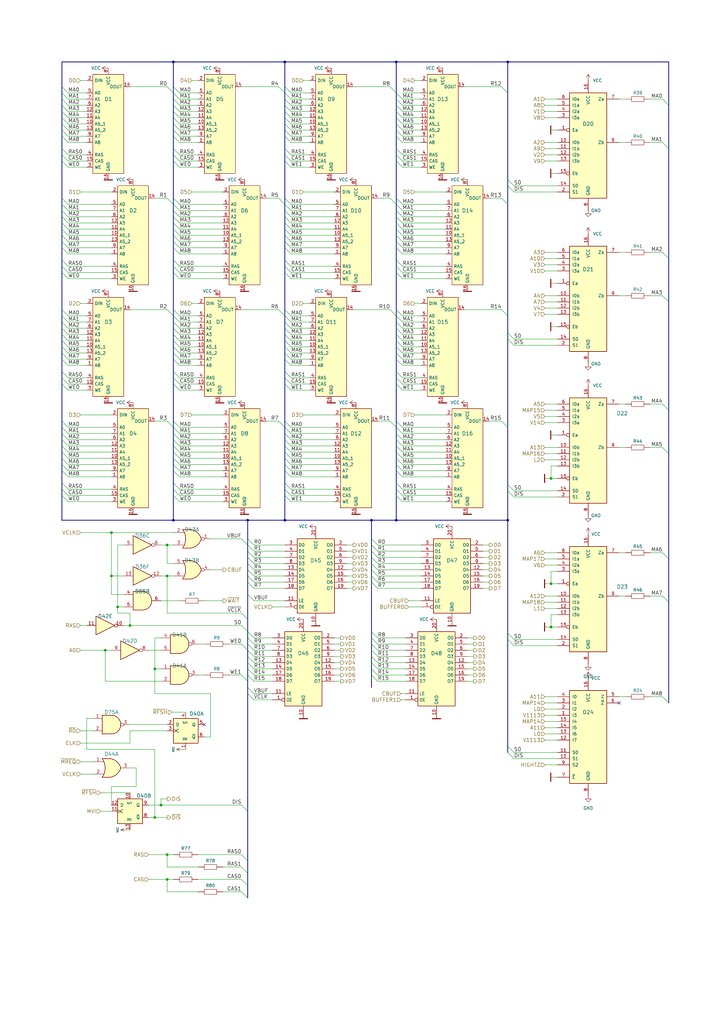
<source format=kicad_sch>
(kicad_sch (version 20211123) (generator eeschema)
  (paper "A3" portrait)
  (title_block (title "RAM") (date "1994-01-04") (company "Patisonic") (comment 1 "Restored by Alexander Molodtsov") (comment 2 "Western version by Alessio Iodice") (comment 3 "Aleste 520EX"))
  (lib_symbols
    (symbol "74xx:74LS00" (pin_names (offset 1.016))
      (property "Reference" "U" (at 0 1.27 0))
      (property "Value" "74LS00" (at 0 -1.27 0))
      (symbol "74LS00_1_1"
        (pin input line (at -7.62 2.54 0) (length 3.81) (name "~") (number "1"))
        (pin input line (at -7.62 -2.54 0) (length 3.81) (name "~") (number "2"))
        (pin output inverted (at 7.62 0 180) (length 3.81) (name "~") (number "3"))
      )
      (symbol "74LS00_1_2"
        (pin input inverted (at -7.62 2.54 0) (length 4.318) (name "~") (number "1"))
        (pin input inverted (at -7.62 -2.54 0) (length 4.318) (name "~") (number "2"))
        (pin output line (at 7.62 0 180) (length 3.81) (name "~") (number "3"))
      )
      (symbol "74LS00_2_1"
        (pin input line (at -7.62 2.54 0) (length 3.81) (name "~") (number "4"))
        (pin input line (at -7.62 -2.54 0) (length 3.81) (name "~") (number "5"))
        (pin output inverted (at 7.62 0 180) (length 3.81) (name "~") (number "6"))
      )
      (symbol "74LS00_2_2"
        (pin input inverted (at -7.62 2.54 0) (length 4.318) (name "~") (number "4"))
        (pin input inverted (at -7.62 -2.54 0) (length 4.318) (name "~") (number "5"))
        (pin output line (at 7.62 0 180) (length 3.81) (name "~") (number "6"))
      )
      (symbol "74LS00_3_1"
        (pin input line (at -7.62 -2.54 0) (length 3.81) (name "~") (number "10"))
        (pin output inverted (at 7.62 0 180) (length 3.81) (name "~") (number "8"))
        (pin input line (at -7.62 2.54 0) (length 3.81) (name "~") (number "9"))
      )
      (symbol "74LS00_3_2"
        (pin input inverted (at -7.62 -2.54 0) (length 4.318) (name "~") (number "10"))
        (pin output line (at 7.62 0 180) (length 3.81) (name "~") (number "8"))
        (pin input inverted (at -7.62 2.54 0) (length 4.318) (name "~") (number "9"))
      )
      (symbol "74LS00_4_1"
        (pin output inverted (at 7.62 0 180) (length 3.81) (name "~") (number "11"))
        (pin input line (at -7.62 2.54 0) (length 3.81) (name "~") (number "12"))
        (pin input line (at -7.62 -2.54 0) (length 3.81) (name "~") (number "13"))
      )
      (symbol "74LS00_4_2"
        (pin output line (at 7.62 0 180) (length 3.81) (name "~") (number "11"))
        (pin input inverted (at -7.62 2.54 0) (length 4.318) (name "~") (number "12"))
        (pin input inverted (at -7.62 -2.54 0) (length 4.318) (name "~") (number "13"))
      )
      (symbol "74LS00_5_0"
        (pin power_in line (at 0 12.7 270) (length 5.08) (name "VCC") (number "14"))
        (pin power_in line (at 0 -12.7 90) (length 5.08) (name "GND") (number "7"))
      )
    )
    (symbol "74xx:74LS04"
      (property "Reference" "U" (at 0 1.27 0))
      (property "Value" "74LS04" (at 0 -1.27 0))
      (symbol "74LS04_1_0"
        (pin input line (at -7.62 0 0) (length 3.81) (name "~") (number "1"))
        (pin output inverted (at 7.62 0 180) (length 3.81) (name "~") (number "2"))
      )
      (symbol "74LS04_2_0"
        (pin input line (at -7.62 0 0) (length 3.81) (name "~") (number "3"))
        (pin output inverted (at 7.62 0 180) (length 3.81) (name "~") (number "4"))
      )
      (symbol "74LS04_3_0"
        (pin input line (at -7.62 0 0) (length 3.81) (name "~") (number "5"))
        (pin output inverted (at 7.62 0 180) (length 3.81) (name "~") (number "6"))
      )
      (symbol "74LS04_4_0"
        (pin output inverted (at 7.62 0 180) (length 3.81) (name "~") (number "8"))
        (pin input line (at -7.62 0 0) (length 3.81) (name "~") (number "9"))
      )
      (symbol "74LS04_5_0"
        (pin output inverted (at 7.62 0 180) (length 3.81) (name "~") (number "10"))
        (pin input line (at -7.62 0 0) (length 3.81) (name "~") (number "11"))
      )
      (symbol "74LS04_6_0"
        (pin output inverted (at 7.62 0 180) (length 3.81) (name "~") (number "12"))
        (pin input line (at -7.62 0 0) (length 3.81) (name "~") (number "13"))
      )
      (symbol "74LS04_7_0"
        (pin power_in line (at 0 12.7 270) (length 5.08) (name "VCC") (number "14"))
        (pin power_in line (at 0 -12.7 90) (length 5.08) (name "GND") (number "7"))
      )
    )
    (symbol "74xx:74LS08" (pin_names (offset 1.016))
      (property "Reference" "U" (at 0 1.27 0))
      (property "Value" "74LS08" (at 0 -1.27 0))
      (symbol "74LS08_1_1"
        (pin input line (at -7.62 2.54 0) (length 3.81) (name "~") (number "1"))
        (pin input line (at -7.62 -2.54 0) (length 3.81) (name "~") (number "2"))
        (pin output line (at 7.62 0 180) (length 3.81) (name "~") (number "3"))
      )
      (symbol "74LS08_1_2"
        (pin input inverted (at -7.62 2.54 0) (length 4.318) (name "~") (number "1"))
        (pin input inverted (at -7.62 -2.54 0) (length 4.318) (name "~") (number "2"))
        (pin output inverted (at 7.62 0 180) (length 3.81) (name "~") (number "3"))
      )
      (symbol "74LS08_2_1"
        (pin input line (at -7.62 2.54 0) (length 3.81) (name "~") (number "4"))
        (pin input line (at -7.62 -2.54 0) (length 3.81) (name "~") (number "5"))
        (pin output line (at 7.62 0 180) (length 3.81) (name "~") (number "6"))
      )
      (symbol "74LS08_2_2"
        (pin input inverted (at -7.62 2.54 0) (length 4.318) (name "~") (number "4"))
        (pin input inverted (at -7.62 -2.54 0) (length 4.318) (name "~") (number "5"))
        (pin output inverted (at 7.62 0 180) (length 3.81) (name "~") (number "6"))
      )
      (symbol "74LS08_3_1"
        (pin input line (at -7.62 -2.54 0) (length 3.81) (name "~") (number "10"))
        (pin output line (at 7.62 0 180) (length 3.81) (name "~") (number "8"))
        (pin input line (at -7.62 2.54 0) (length 3.81) (name "~") (number "9"))
      )
      (symbol "74LS08_3_2"
        (pin input inverted (at -7.62 -2.54 0) (length 4.318) (name "~") (number "10"))
        (pin output inverted (at 7.62 0 180) (length 3.81) (name "~") (number "8"))
        (pin input inverted (at -7.62 2.54 0) (length 4.318) (name "~") (number "9"))
      )
      (symbol "74LS08_4_1"
        (pin output line (at 7.62 0 180) (length 3.81) (name "~") (number "11"))
        (pin input line (at -7.62 2.54 0) (length 3.81) (name "~") (number "12"))
        (pin input line (at -7.62 -2.54 0) (length 3.81) (name "~") (number "13"))
      )
      (symbol "74LS08_4_2"
        (pin output inverted (at 7.62 0 180) (length 3.81) (name "~") (number "11"))
        (pin input inverted (at -7.62 2.54 0) (length 4.318) (name "~") (number "12"))
        (pin input inverted (at -7.62 -2.54 0) (length 4.318) (name "~") (number "13"))
      )
      (symbol "74LS08_5_0"
        (pin power_in line (at 0 12.7 270) (length 5.08) (name "VCC") (number "14"))
        (pin power_in line (at 0 -12.7 90) (length 5.08) (name "GND") (number "7"))
      )
    )
    (symbol "74xx:74LS151" (pin_names (offset 1.016))
      (property "Reference" "U" (at -7.62 19.05 0))
      (property "Value" "74LS151" (at -7.62 -21.59 0))
      (symbol "74LS151_1_0"
        (pin input line (at -12.7 7.62 0) (length 5.08) (name "I3") (number "1"))
        (pin input line (at -12.7 -10.16 0) (length 5.08) (name "S1") (number "10"))
        (pin input line (at -12.7 -7.62 0) (length 5.08) (name "S0") (number "11"))
        (pin input line (at -12.7 -2.54 0) (length 5.08) (name "I7") (number "12"))
        (pin input line (at -12.7 0 0) (length 5.08) (name "I6") (number "13"))
        (pin input line (at -12.7 2.54 0) (length 5.08) (name "I5") (number "14"))
        (pin input line (at -12.7 5.08 0) (length 5.08) (name "I4") (number "15"))
        (pin power_in line (at 0 22.86 270) (length 5.08) (name "VCC") (number "16"))
        (pin input line (at -12.7 10.16 0) (length 5.08) (name "I2") (number "2"))
        (pin input line (at -12.7 12.7 0) (length 5.08) (name "I1") (number "3"))
        (pin input line (at -12.7 15.24 0) (length 5.08) (name "I0") (number "4"))
        (pin output line (at 12.7 15.24 180) (length 5.08) (name "Z") (number "5"))
        (pin output line (at 12.7 12.7 180) (length 5.08) (name "~{Z}") (number "6"))
        (pin input line (at -12.7 -17.78 0) (length 5.08) (name "~{E}") (number "7"))
        (pin power_in line (at 0 -25.4 90) (length 5.08) (name "GND") (number "8"))
        (pin input line (at -12.7 -12.7 0) (length 5.08) (name "S2") (number "9"))
      )
    )
    (symbol "74xx:74LS153" (pin_names (offset 1.016))
      (property "Reference" "U" (at -7.62 21.59 0))
      (property "Value" "74LS153" (at -7.62 -24.13 0))
      (symbol "74LS153_1_0"
        (pin input inverted (at -12.7 5.08 0) (length 5.08) (name "Ea") (number "1"))
        (pin input line (at -12.7 0 0) (length 5.08) (name "I0b") (number "10"))
        (pin input line (at -12.7 -2.54 0) (length 5.08) (name "I1b") (number "11"))
        (pin input line (at -12.7 -5.08 0) (length 5.08) (name "I2b") (number "12"))
        (pin input line (at -12.7 -7.62 0) (length 5.08) (name "I3b") (number "13"))
        (pin input line (at -12.7 -17.78 0) (length 5.08) (name "S0") (number "14"))
        (pin input inverted (at -12.7 -12.7 0) (length 5.08) (name "Eb") (number "15"))
        (pin power_in line (at 0 25.4 270) (length 5.08) (name "VCC") (number "16"))
        (pin input line (at -12.7 -20.32 0) (length 5.08) (name "S1") (number "2"))
        (pin input line (at -12.7 10.16 0) (length 5.08) (name "I3a") (number "3"))
        (pin input line (at -12.7 12.7 0) (length 5.08) (name "I2a") (number "4"))
        (pin input line (at -12.7 15.24 0) (length 5.08) (name "I1a") (number "5"))
        (pin input line (at -12.7 17.78 0) (length 5.08) (name "I0a") (number "6"))
        (pin output line (at 12.7 17.78 180) (length 5.08) (name "Za") (number "7"))
        (pin power_in line (at 0 -27.94 90) (length 5.08) (name "GND") (number "8"))
        (pin output line (at 12.7 0 180) (length 5.08) (name "Zb") (number "9"))
      )
    )
    (symbol "74xx:74LS32" (pin_names (offset 1.016))
      (property "Reference" "U" (at 0 1.27 0))
      (property "Value" "74LS32" (at 0 -1.27 0))
      (symbol "74LS32_1_1"
        (pin input line (at -7.62 2.54 0) (length 4.318) (name "~") (number "1"))
        (pin input line (at -7.62 -2.54 0) (length 4.318) (name "~") (number "2"))
        (pin output line (at 7.62 0 180) (length 3.81) (name "~") (number "3"))
      )
      (symbol "74LS32_1_2"
        (pin input inverted (at -7.62 2.54 0) (length 3.81) (name "~") (number "1"))
        (pin input inverted (at -7.62 -2.54 0) (length 3.81) (name "~") (number "2"))
        (pin output inverted (at 7.62 0 180) (length 3.81) (name "~") (number "3"))
      )
      (symbol "74LS32_2_1"
        (pin input line (at -7.62 2.54 0) (length 4.318) (name "~") (number "4"))
        (pin input line (at -7.62 -2.54 0) (length 4.318) (name "~") (number "5"))
        (pin output line (at 7.62 0 180) (length 3.81) (name "~") (number "6"))
      )
      (symbol "74LS32_2_2"
        (pin input inverted (at -7.62 2.54 0) (length 3.81) (name "~") (number "4"))
        (pin input inverted (at -7.62 -2.54 0) (length 3.81) (name "~") (number "5"))
        (pin output inverted (at 7.62 0 180) (length 3.81) (name "~") (number "6"))
      )
      (symbol "74LS32_3_1"
        (pin input line (at -7.62 -2.54 0) (length 4.318) (name "~") (number "10"))
        (pin output line (at 7.62 0 180) (length 3.81) (name "~") (number "8"))
        (pin input line (at -7.62 2.54 0) (length 4.318) (name "~") (number "9"))
      )
      (symbol "74LS32_3_2"
        (pin input inverted (at -7.62 -2.54 0) (length 3.81) (name "~") (number "10"))
        (pin output inverted (at 7.62 0 180) (length 3.81) (name "~") (number "8"))
        (pin input inverted (at -7.62 2.54 0) (length 3.81) (name "~") (number "9"))
      )
      (symbol "74LS32_4_1"
        (pin output line (at 7.62 0 180) (length 3.81) (name "~") (number "11"))
        (pin input line (at -7.62 2.54 0) (length 4.318) (name "~") (number "12"))
        (pin input line (at -7.62 -2.54 0) (length 4.318) (name "~") (number "13"))
      )
      (symbol "74LS32_4_2"
        (pin output inverted (at 7.62 0 180) (length 3.81) (name "~") (number "11"))
        (pin input inverted (at -7.62 2.54 0) (length 3.81) (name "~") (number "12"))
        (pin input inverted (at -7.62 -2.54 0) (length 3.81) (name "~") (number "13"))
      )
      (symbol "74LS32_5_0"
        (pin power_in line (at 0 12.7 270) (length 5.08) (name "VCC") (number "14"))
        (pin power_in line (at 0 -12.7 90) (length 5.08) (name "GND") (number "7"))
      )
    )
    (symbol "74xx:74LS33" (pin_names (offset 1.016))
      (property "Reference" "U" (at 0 1.27 0))
      (property "Value" "74LS33" (at 0 -1.27 0))
      (symbol "74LS33_1_1"
        (pin open_collector inverted (at 7.62 0 180) (length 3.81) (name "~") (number "1"))
        (pin input line (at -7.62 2.54 0) (length 4.318) (name "~") (number "2"))
        (pin input line (at -7.62 -2.54 0) (length 4.318) (name "~") (number "3"))
      )
      (symbol "74LS33_1_2"
        (pin open_collector line (at 7.62 0 180) (length 3.81) (name "~") (number "1"))
        (pin input inverted (at -7.62 2.54 0) (length 3.81) (name "~") (number "2"))
        (pin input inverted (at -7.62 -2.54 0) (length 3.81) (name "~") (number "3"))
      )
      (symbol "74LS33_2_1"
        (pin open_collector inverted (at 7.62 0 180) (length 3.81) (name "~") (number "4"))
        (pin input line (at -7.62 2.54 0) (length 4.318) (name "~") (number "5"))
        (pin input line (at -7.62 -2.54 0) (length 4.318) (name "~") (number "6"))
      )
      (symbol "74LS33_2_2"
        (pin open_collector line (at 7.62 0 180) (length 3.81) (name "~") (number "4"))
        (pin input inverted (at -7.62 2.54 0) (length 3.81) (name "~") (number "5"))
        (pin input inverted (at -7.62 -2.54 0) (length 3.81) (name "~") (number "6"))
      )
      (symbol "74LS33_3_1"
        (pin open_collector inverted (at 7.62 0 180) (length 3.81) (name "~") (number "10"))
        (pin input line (at -7.62 2.54 0) (length 4.318) (name "~") (number "8"))
        (pin input line (at -7.62 -2.54 0) (length 4.318) (name "~") (number "9"))
      )
      (symbol "74LS33_3_2"
        (pin open_collector line (at 7.62 0 180) (length 3.81) (name "~") (number "10"))
        (pin input inverted (at -7.62 2.54 0) (length 3.81) (name "~") (number "8"))
        (pin input inverted (at -7.62 -2.54 0) (length 3.81) (name "~") (number "9"))
      )
      (symbol "74LS33_4_1"
        (pin input line (at -7.62 2.54 0) (length 4.318) (name "~") (number "11"))
        (pin input line (at -7.62 -2.54 0) (length 4.318) (name "~") (number "12"))
        (pin open_collector inverted (at 7.62 0 180) (length 3.81) (name "~") (number "13"))
      )
      (symbol "74LS33_4_2"
        (pin input inverted (at -7.62 2.54 0) (length 3.81) (name "~") (number "11"))
        (pin input inverted (at -7.62 -2.54 0) (length 3.81) (name "~") (number "12"))
        (pin open_collector line (at 7.62 0 180) (length 3.81) (name "~") (number "13"))
      )
      (symbol "74LS33_5_0"
        (pin power_in line (at 0 12.7 270) (length 5.08) (name "VCC") (number "14"))
        (pin power_in line (at 0 -12.7 90) (length 5.08) (name "GND") (number "7"))
      )
    )
    (symbol "74xx:74LS373"
      (property "Reference" "U" (at -7.62 16.51 0))
      (property "Value" "74LS373" (at -7.62 -16.51 0))
      (symbol "74LS373_1_0"
        (pin input inverted (at -12.7 -12.7 0) (length 5.08) (name "OE") (number "1"))
        (pin power_in line (at 0 -20.32 90) (length 5.08) (name "GND") (number "10"))
        (pin input line (at -12.7 -10.16 0) (length 5.08) (name "LE") (number "11"))
        (pin tri_state line (at 12.7 2.54 180) (length 5.08) (name "O4") (number "12"))
        (pin input line (at -12.7 2.54 0) (length 5.08) (name "D4") (number "13"))
        (pin input line (at -12.7 0 0) (length 5.08) (name "D5") (number "14"))
        (pin tri_state line (at 12.7 0 180) (length 5.08) (name "O5") (number "15"))
        (pin tri_state line (at 12.7 -2.54 180) (length 5.08) (name "O6") (number "16"))
        (pin input line (at -12.7 -2.54 0) (length 5.08) (name "D6") (number "17"))
        (pin input line (at -12.7 -5.08 0) (length 5.08) (name "D7") (number "18"))
        (pin tri_state line (at 12.7 -5.08 180) (length 5.08) (name "O7") (number "19"))
        (pin tri_state line (at 12.7 12.7 180) (length 5.08) (name "O0") (number "2"))
        (pin power_in line (at 0 20.32 270) (length 5.08) (name "VCC") (number "20"))
        (pin input line (at -12.7 12.7 0) (length 5.08) (name "D0") (number "3"))
        (pin input line (at -12.7 10.16 0) (length 5.08) (name "D1") (number "4"))
        (pin tri_state line (at 12.7 10.16 180) (length 5.08) (name "O1") (number "5"))
        (pin tri_state line (at 12.7 7.62 180) (length 5.08) (name "O2") (number "6"))
        (pin input line (at -12.7 7.62 0) (length 5.08) (name "D2") (number "7"))
        (pin input line (at -12.7 5.08 0) (length 5.08) (name "D3") (number "8"))
        (pin tri_state line (at 12.7 5.08 180) (length 5.08) (name "O3") (number "9"))
      )
    )
    (symbol "74xx:74LS74" (pin_names (offset 1.016))
      (property "Reference" "U" (at -7.62 8.89 0))
      (property "Value" "74LS74" (at -7.62 -8.89 0))
      (symbol "74LS74_1_0"
        (pin input line (at 0 -7.62 90) (length 2.54) (name "~{R}") (number "1"))
        (pin input line (at -7.62 2.54 0) (length 2.54) (name "D") (number "2"))
        (pin input clock (at -7.62 0 0) (length 2.54) (name "C") (number "3"))
        (pin input line (at 0 7.62 270) (length 2.54) (name "~{S}") (number "4"))
        (pin output line (at 7.62 2.54 180) (length 2.54) (name "Q") (number "5"))
        (pin output line (at 7.62 -2.54 180) (length 2.54) (name "~{Q}") (number "6"))
      )
      (symbol "74LS74_2_0"
        (pin input line (at 0 7.62 270) (length 2.54) (name "~{S}") (number "10"))
        (pin input clock (at -7.62 0 0) (length 2.54) (name "C") (number "11"))
        (pin input line (at -7.62 2.54 0) (length 2.54) (name "D") (number "12"))
        (pin input line (at 0 -7.62 90) (length 2.54) (name "~{R}") (number "13"))
        (pin output line (at 7.62 -2.54 180) (length 2.54) (name "~{Q}") (number "8"))
        (pin output line (at 7.62 2.54 180) (length 2.54) (name "Q") (number "9"))
      )
      (symbol "74LS74_3_0"
        (pin power_in line (at 0 10.16 270) (length 2.54) (name "VCC") (number "14"))
        (pin power_in line (at 0 -10.16 90) (length 2.54) (name "GND") (number "7"))
      )
    )
    (symbol "Common_Alessio:HM50256P-20" (pin_names (offset 0.762))
      (property "Reference" "D" (at -17.78 6.35 0))
      (property "Value" "HM50256P-20" (at -17.78 3.81 0))
      (symbol "HM50256P-20_0_0"
        (pin input line (at 0 -25.4 0) (length 2.45) (name "A8") (number "1"))
        (pin input line (at 0 -17.78 0) (length 2.45) (name "A5_1") (number "10"))
        (pin input line (at 0 -15.24 0) (length 2.45) (name "A4") (number "11"))
        (pin input line (at 0 -12.7 0) (length 2.45) (name "A3") (number "12"))
        (pin input line (at 0 -20.32 0) (length 2.45) (name "A5_2") (number "13"))
        (pin output line (at 17.78 -2.54 180) (length 2.45) (name "DOUT") (number "14"))
        (pin input line (at 0 -33.02 0) (length 2.45) (name "CAS") (number "15"))
        (pin power_in line (at 8.89 -40.64 90) (length 2.45) (name "GND") (number "16"))
        (pin input line (at 0 0 0) (length 2.45) (name "DIN") (number "2"))
        (pin input line (at 0 -35.56 0) (length 2.45) (name "WE") (number "3"))
        (pin input line (at 0 -30.48 0) (length 2.45) (name "RAS") (number "4"))
        (pin input line (at 0 -5.08 0) (length 2.45) (name "A0") (number "5"))
        (pin input line (at 0 -10.16 0) (length 2.45) (name "A2") (number "6"))
        (pin input line (at 0 -7.62 0) (length 2.45) (name "A1") (number "7"))
        (pin power_in line (at 8.89 5.08 270) (length 2.45) (name "VCC") (number "8"))
        (pin input line (at 0 -22.86 0) (length 2.45) (name "A7") (number "9"))
      )
    )
    (symbol "aleste-rescue:GND" (power) (pin_names (offset 0))
      (symbol "GND_1_1"
        (pin power_in line (at 0 0 90) (length 0) hide (name "GND") (number "1"))
      )
    )
    (symbol "aleste-rescue:RES" (pin_numbers hide) (pin_names (offset 0.0254) hide)
      (property "Reference" "R" (at 0 2.54 0))
      (property "Value" "RES" (at 0 -2.54 0))
      (symbol "RES_1_0"
        (pin passive line (at -5.08 0 0) (length 2.54) (name "~") (number "1"))
        (pin passive line (at 5.08 0 180) (length 2.54) (name "~") (number "2"))
      )
    )
    (symbol "aleste-rescue:VCC" (power) (pin_names (offset 0))
      (property "Value" "VCC" (at 0 1.905 0))
      (symbol "VCC_1_1"
        (pin power_in line (at 0 0 90) (length 0) hide (name "VCC") (number "1"))
      )
    )
    (symbol "power:GND" (power) (pin_names (offset 0))
      (property "Value" "GND" (at 0 -3.81 0))
      (symbol "GND_1_1"
        (pin power_in line (at 0 0 270) (length 0) hide (name "GND") (number "1"))
      )
    )
    (symbol "power:VCC" (power) (pin_names (offset 0))
      (property "Value" "VCC" (at 0 3.81 0))
      (symbol "VCC_1_1"
        (pin power_in line (at 0 0 90) (length 0) hide (name "VCC") (number "1"))
      )
    )
  )
  (junction (at 53.34 256.54))
  (junction (at 66.04 330.2))
  (junction (at 68.58 350.52))
  (junction (at 208.28 25.4))
  (junction (at 208.28 213.36))
  (junction (at 45.72 218.44))
  (junction (at 68.58 236.22))
  (junction (at 101.6 213.36))
  (junction (at 226.06 257.175))
  (junction (at 63.5 274.32))
  (junction (at 226.06 239.395))
  (junction (at 226.06 196.215))
  (junction (at 63.5 335.28))
  (junction (at 68.58 360.68))
  (junction (at 68.58 223.52))
  (junction (at 43.18 266.7))
  (junction (at 162.56 25.4))
  (junction (at 71.12 213.36))
  (junction (at 152.4 213.36))
  (junction (at 48.26 248.92))
  (junction (at 162.56 213.36))
  (junction (at 116.84 213.36))
  (junction (at 45.72 236.22))
  (junction (at 71.12 25.4))
  (junction (at 116.84 25.4))
  (no_connect (at 83.82 297.18))
  (no_connect (at 254 288.29))
  (bus_entry (at 205.74 81.28) (size 2.54 2.54))
  (bus_entry (at 116.84 109.22) (size 2.54 2.54))
  (bus_entry (at 25.4 96.52) (size 2.54 2.54))
  (bus_entry (at 25.4 182.88) (size 2.54 2.54))
  (bus_entry (at 116.84 154.94) (size 2.54 2.54))
  (bus_entry (at 25.4 144.78) (size 2.54 2.54))
  (bus_entry (at 116.84 132.08) (size 2.54 2.54))
  (bus_entry (at 25.4 172.72) (size 2.54 2.54))
  (bus_entry (at 116.84 53.34) (size 2.54 2.54))
  (bus_entry (at 205.74 127) (size 2.54 2.54))
  (bus_entry (at 71.12 83.82) (size 2.54 2.54))
  (bus_entry (at 25.4 147.32) (size 2.54 2.54))
  (bus_entry (at 116.84 55.88) (size 2.54 2.54))
  (bus_entry (at 162.56 185.42) (size 2.54 2.54))
  (bus_entry (at 116.84 200.66) (size 2.54 2.54))
  (bus_entry (at 101.6 226.06) (size 2.54 2.54))
  (bus_entry (at 25.4 177.8) (size 2.54 2.54))
  (bus_entry (at 152.4 226.06) (size 2.54 2.54))
  (bus_entry (at 25.4 203.2) (size 2.54 2.54))
  (bus_entry (at 25.4 180.34) (size 2.54 2.54))
  (bus_entry (at 71.12 109.22) (size 2.54 2.54))
  (bus_entry (at 68.58 172.72) (size 2.54 2.54))
  (bus_entry (at 162.56 154.94) (size 2.54 2.54))
  (bus_entry (at 71.12 129.54) (size 2.54 2.54))
  (bus_entry (at 162.56 193.04) (size 2.54 2.54))
  (bus_entry (at 116.84 203.2) (size 2.54 2.54))
  (bus_entry (at 116.84 144.78) (size 2.54 2.54))
  (bus_entry (at 25.4 139.7) (size 2.54 2.54))
  (bus_entry (at 25.4 152.4) (size 2.54 2.54))
  (bus_entry (at 152.4 259.08) (size 2.54 2.54))
  (bus_entry (at 99.06 251.46) (size 2.54 2.54))
  (bus_entry (at 71.12 134.62) (size 2.54 2.54))
  (bus_entry (at 101.6 281.94) (size 2.54 2.54))
  (bus_entry (at 25.4 63.5) (size 2.54 2.54))
  (bus_entry (at 25.4 129.54) (size 2.54 2.54))
  (bus_entry (at 71.12 190.5) (size 2.54 2.54))
  (bus_entry (at 25.4 50.8) (size 2.54 2.54))
  (bus_entry (at 116.84 190.5) (size 2.54 2.54))
  (bus_entry (at 25.4 99.06) (size 2.54 2.54))
  (bus_entry (at 162.56 88.9) (size 2.54 2.54))
  (bus_entry (at 162.56 129.54) (size 2.54 2.54))
  (bus_entry (at 271.78 285.75) (size 2.54 2.54))
  (bus_entry (at 71.12 40.64) (size 2.54 2.54))
  (bus_entry (at 162.56 111.76) (size 2.54 2.54))
  (bus_entry (at 116.84 198.12) (size 2.54 2.54))
  (bus_entry (at 71.12 185.42) (size 2.54 2.54))
  (bus_entry (at 71.12 177.8) (size 2.54 2.54))
  (bus_entry (at 162.56 127) (size 2.54 2.54))
  (bus_entry (at 101.6 231.14) (size 2.54 2.54))
  (bus_entry (at 25.4 154.94) (size 2.54 2.54))
  (bus_entry (at 162.56 139.7) (size 2.54 2.54))
  (bus_entry (at 71.12 147.32) (size 2.54 2.54))
  (bus_entry (at 99.06 330.2) (size 2.54 2.54))
  (bus_entry (at 71.12 142.24) (size 2.54 2.54))
  (bus_entry (at 162.56 93.98) (size 2.54 2.54))
  (bus_entry (at 101.6 269.24) (size 2.54 2.54))
  (bus_entry (at 116.84 60.96) (size 2.54 2.54))
  (bus_entry (at 162.56 172.72) (size 2.54 2.54))
  (bus_entry (at 116.84 111.76) (size 2.54 2.54))
  (bus_entry (at 271.78 40.64) (size 2.54 2.54))
  (bus_entry (at 116.84 177.8) (size 2.54 2.54))
  (bus_entry (at 114.3 172.72) (size 2.54 2.54))
  (bus_entry (at 162.56 187.96) (size 2.54 2.54))
  (bus_entry (at 162.56 106.68) (size 2.54 2.54))
  (bus_entry (at 71.12 35.56) (size 2.54 2.54))
  (bus_entry (at 116.84 91.44) (size 2.54 2.54))
  (bus_entry (at 116.84 40.64) (size 2.54 2.54))
  (bus_entry (at 99.06 264.16) (size 2.54 2.54))
  (bus_entry (at 25.4 60.96) (size 2.54 2.54))
  (bus_entry (at 162.56 157.48) (size 2.54 2.54))
  (bus_entry (at 162.56 91.44) (size 2.54 2.54))
  (bus_entry (at 162.56 50.8) (size 2.54 2.54))
  (bus_entry (at 116.84 172.72) (size 2.54 2.54))
  (bus_entry (at 71.12 154.94) (size 2.54 2.54))
  (bus_entry (at 116.84 139.7) (size 2.54 2.54))
  (bus_entry (at 99.06 350.52) (size 2.54 2.54))
  (bus_entry (at 71.12 81.28) (size 2.54 2.54))
  (bus_entry (at 25.4 200.66) (size 2.54 2.54))
  (bus_entry (at 162.56 43.18) (size 2.54 2.54))
  (bus_entry (at 25.4 91.44) (size 2.54 2.54))
  (bus_entry (at 116.84 182.88) (size 2.54 2.54))
  (bus_entry (at 25.4 101.6) (size 2.54 2.54))
  (bus_entry (at 71.12 50.8) (size 2.54 2.54))
  (bus_entry (at 71.12 157.48) (size 2.54 2.54))
  (bus_entry (at 162.56 96.52) (size 2.54 2.54))
  (bus_entry (at 152.4 238.76) (size 2.54 2.54))
  (bus_entry (at 71.12 93.98) (size 2.54 2.54))
  (bus_entry (at 101.6 276.86) (size 2.54 2.54))
  (bus_entry (at 162.56 200.66) (size 2.54 2.54))
  (bus_entry (at 116.84 193.04) (size 2.54 2.54))
  (bus_entry (at 71.12 139.7) (size 2.54 2.54))
  (bus_entry (at 162.56 53.34) (size 2.54 2.54))
  (bus_entry (at 68.58 35.56) (size 2.54 2.54))
  (bus_entry (at 25.4 53.34) (size 2.54 2.54))
  (bus_entry (at 208.28 306.07) (size 2.54 2.54))
  (bus_entry (at 71.12 172.72) (size 2.54 2.54))
  (bus_entry (at 116.84 152.4) (size 2.54 2.54))
  (bus_entry (at 162.56 48.26) (size 2.54 2.54))
  (bus_entry (at 162.56 81.28) (size 2.54 2.54))
  (bus_entry (at 116.84 157.48) (size 2.54 2.54))
  (bus_entry (at 205.74 35.56) (size 2.54 2.54))
  (bus_entry (at 162.56 142.24) (size 2.54 2.54))
  (bus_entry (at 116.84 175.26) (size 2.54 2.54))
  (bus_entry (at 162.56 99.06) (size 2.54 2.54))
  (bus_entry (at 25.4 40.64) (size 2.54 2.54))
  (bus_entry (at 162.56 101.6) (size 2.54 2.54))
  (bus_entry (at 208.28 73.66) (size 2.54 2.54))
  (bus_entry (at 71.12 55.88) (size 2.54 2.54))
  (bus_entry (at 116.84 88.9) (size 2.54 2.54))
  (bus_entry (at 25.4 81.28) (size 2.54 2.54))
  (bus_entry (at 116.84 50.8) (size 2.54 2.54))
  (bus_entry (at 116.84 129.54) (size 2.54 2.54))
  (bus_entry (at 25.4 109.22) (size 2.54 2.54))
  (bus_entry (at 114.3 81.28) (size 2.54 2.54))
  (bus_entry (at 71.12 48.26) (size 2.54 2.54))
  (bus_entry (at 25.4 55.88) (size 2.54 2.54))
  (bus_entry (at 25.4 134.62) (size 2.54 2.54))
  (bus_entry (at 101.6 233.68) (size 2.54 2.54))
  (bus_entry (at 71.12 91.44) (size 2.54 2.54))
  (bus_entry (at 116.84 187.96) (size 2.54 2.54))
  (bus_entry (at 116.84 66.04) (size 2.54 2.54))
  (bus_entry (at 160.02 35.56) (size 2.54 2.54))
  (bus_entry (at 68.58 127) (size 2.54 2.54))
  (bus_entry (at 25.4 86.36) (size 2.54 2.54))
  (bus_entry (at 71.12 99.06) (size 2.54 2.54))
  (bus_entry (at 25.4 190.5) (size 2.54 2.54))
  (bus_entry (at 208.28 259.715) (size 2.54 2.54))
  (bus_entry (at 162.56 40.64) (size 2.54 2.54))
  (bus_entry (at 101.6 271.78) (size 2.54 2.54))
  (bus_entry (at 116.84 180.34) (size 2.54 2.54))
  (bus_entry (at 114.3 35.56) (size 2.54 2.54))
  (bus_entry (at 71.12 45.72) (size 2.54 2.54))
  (bus_entry (at 25.4 193.04) (size 2.54 2.54))
  (bus_entry (at 25.4 35.56) (size 2.54 2.54))
  (bus_entry (at 71.12 96.52) (size 2.54 2.54))
  (bus_entry (at 116.84 147.32) (size 2.54 2.54))
  (bus_entry (at 271.78 226.695) (size 2.54 2.54))
  (bus_entry (at 25.4 142.24) (size 2.54 2.54))
  (bus_entry (at 162.56 63.5) (size 2.54 2.54))
  (bus_entry (at 99.06 360.68) (size 2.54 2.54))
  (bus_entry (at 71.12 127) (size 2.54 2.54))
  (bus_entry (at 162.56 55.88) (size 2.54 2.54))
  (bus_entry (at 162.56 83.82) (size 2.54 2.54))
  (bus_entry (at 271.78 244.475) (size 2.54 2.54))
  (bus_entry (at 71.12 175.26) (size 2.54 2.54))
  (bus_entry (at 25.4 185.42) (size 2.54 2.54))
  (bus_entry (at 25.4 38.1) (size 2.54 2.54))
  (bus_entry (at 152.4 236.22) (size 2.54 2.54))
  (bus_entry (at 116.84 185.42) (size 2.54 2.54))
  (bus_entry (at 208.28 308.61) (size 2.54 2.54))
  (bus_entry (at 71.12 132.08) (size 2.54 2.54))
  (bus_entry (at 116.84 81.28) (size 2.54 2.54))
  (bus_entry (at 152.4 261.62) (size 2.54 2.54))
  (bus_entry (at 162.56 86.36) (size 2.54 2.54))
  (bus_entry (at 99.06 355.6) (size 2.54 2.54))
  (bus_entry (at 162.56 203.2) (size 2.54 2.54))
  (bus_entry (at 116.84 99.06) (size 2.54 2.54))
  (bus_entry (at 152.4 266.7) (size 2.54 2.54))
  (bus_entry (at 71.12 152.4) (size 2.54 2.54))
  (bus_entry (at 160.02 172.72) (size 2.54 2.54))
  (bus_entry (at 25.4 48.26) (size 2.54 2.54))
  (bus_entry (at 71.12 43.18) (size 2.54 2.54))
  (bus_entry (at 162.56 180.34) (size 2.54 2.54))
  (bus_entry (at 25.4 157.48) (size 2.54 2.54))
  (bus_entry (at 208.28 136.525) (size 2.54 2.54))
  (bus_entry (at 152.4 231.14) (size 2.54 2.54))
  (bus_entry (at 116.84 101.6) (size 2.54 2.54))
  (bus_entry (at 99.06 276.86) (size 2.54 2.54))
  (bus_entry (at 162.56 147.32) (size 2.54 2.54))
  (bus_entry (at 208.28 198.755) (size 2.54 2.54))
  (bus_entry (at 101.6 284.48) (size 2.54 2.54))
  (bus_entry (at 162.56 137.16) (size 2.54 2.54))
  (bus_entry (at 116.84 134.62) (size 2.54 2.54))
  (bus_entry (at 101.6 228.6) (size 2.54 2.54))
  (bus_entry (at 25.4 43.18) (size 2.54 2.54))
  (bus_entry (at 99.06 256.54) (size 2.54 2.54))
  (bus_entry (at 162.56 109.22) (size 2.54 2.54))
  (bus_entry (at 162.56 182.88) (size 2.54 2.54))
  (bus_entry (at 271.78 121.285) (size 2.54 2.54))
  (bus_entry (at 101.6 266.7) (size 2.54 2.54))
  (bus_entry (at 271.78 58.42) (size 2.54 2.54))
  (bus_entry (at 71.12 137.16) (size 2.54 2.54))
  (bus_entry (at 208.28 262.255) (size 2.54 2.54))
  (bus_entry (at 101.6 261.62) (size 2.54 2.54))
  (bus_entry (at 101.6 238.76) (size 2.54 2.54))
  (bus_entry (at 271.78 103.505) (size 2.54 2.54))
  (bus_entry (at 71.12 203.2) (size 2.54 2.54))
  (bus_entry (at 68.58 81.28) (size 2.54 2.54))
  (bus_entry (at 71.12 101.6) (size 2.54 2.54))
  (bus_entry (at 162.56 66.04) (size 2.54 2.54))
  (bus_entry (at 152.4 233.68) (size 2.54 2.54))
  (bus_entry (at 99.06 365.76) (size 2.54 2.54))
  (bus_entry (at 71.12 187.96) (size 2.54 2.54))
  (bus_entry (at 25.4 45.72) (size 2.54 2.54))
  (bus_entry (at 162.56 190.5) (size 2.54 2.54))
  (bus_entry (at 116.84 142.24) (size 2.54 2.54))
  (bus_entry (at 71.12 200.66) (size 2.54 2.54))
  (bus_entry (at 162.56 144.78) (size 2.54 2.54))
  (bus_entry (at 116.84 96.52) (size 2.54 2.54))
  (bus_entry (at 71.12 144.78) (size 2.54 2.54))
  (bus_entry (at 101.6 220.98) (size 2.54 2.54))
  (bus_entry (at 25.4 132.08) (size 2.54 2.54))
  (bus_entry (at 101.6 236.22) (size 2.54 2.54))
  (bus_entry (at 162.56 132.08) (size 2.54 2.54))
  (bus_entry (at 152.4 223.52) (size 2.54 2.54))
  (bus_entry (at 116.84 63.5) (size 2.54 2.54))
  (bus_entry (at 71.12 111.76) (size 2.54 2.54))
  (bus_entry (at 271.78 183.515) (size 2.54 2.54))
  (bus_entry (at 160.02 127) (size 2.54 2.54))
  (bus_entry (at 205.74 172.72) (size 2.54 2.54))
  (bus_entry (at 71.12 182.88) (size 2.54 2.54))
  (bus_entry (at 71.12 53.34) (size 2.54 2.54))
  (bus_entry (at 162.56 38.1) (size 2.54 2.54))
  (bus_entry (at 116.84 127) (size 2.54 2.54))
  (bus_entry (at 208.28 76.2) (size 2.54 2.54))
  (bus_entry (at 71.12 88.9) (size 2.54 2.54))
  (bus_entry (at 152.4 274.32) (size 2.54 2.54))
  (bus_entry (at 71.12 198.12) (size 2.54 2.54))
  (bus_entry (at 162.56 60.96) (size 2.54 2.54))
  (bus_entry (at 116.84 86.36) (size 2.54 2.54))
  (bus_entry (at 25.4 83.82) (size 2.54 2.54))
  (bus_entry (at 25.4 198.12) (size 2.54 2.54))
  (bus_entry (at 71.12 193.04) (size 2.54 2.54))
  (bus_entry (at 25.4 88.9) (size 2.54 2.54))
  (bus_entry (at 71.12 66.04) (size 2.54 2.54))
  (bus_entry (at 25.4 187.96) (size 2.54 2.54))
  (bus_entry (at 116.84 93.98) (size 2.54 2.54))
  (bus_entry (at 162.56 134.62) (size 2.54 2.54))
  (bus_entry (at 152.4 220.98) (size 2.54 2.54))
  (bus_entry (at 116.84 83.82) (size 2.54 2.54))
  (bus_entry (at 116.84 106.68) (size 2.54 2.54))
  (bus_entry (at 152.4 264.16) (size 2.54 2.54))
  (bus_entry (at 25.4 66.04) (size 2.54 2.54))
  (bus_entry (at 162.56 175.26) (size 2.54 2.54))
  (bus_entry (at 152.4 269.24) (size 2.54 2.54))
  (bus_entry (at 162.56 177.8) (size 2.54 2.54))
  (bus_entry (at 116.84 45.72) (size 2.54 2.54))
  (bus_entry (at 71.12 60.96) (size 2.54 2.54))
  (bus_entry (at 162.56 152.4) (size 2.54 2.54))
  (bus_entry (at 25.4 175.26) (size 2.54 2.54))
  (bus_entry (at 114.3 127) (size 2.54 2.54))
  (bus_entry (at 162.56 198.12) (size 2.54 2.54))
  (bus_entry (at 162.56 45.72) (size 2.54 2.54))
  (bus_entry (at 116.84 137.16) (size 2.54 2.54))
  (bus_entry (at 101.6 243.84) (size 2.54 2.54))
  (bus_entry (at 101.6 264.16) (size 2.54 2.54))
  (bus_entry (at 101.6 223.52) (size 2.54 2.54))
  (bus_entry (at 152.4 228.6) (size 2.54 2.54))
  (bus_entry (at 271.78 165.735) (size 2.54 2.54))
  (bus_entry (at 71.12 106.68) (size 2.54 2.54))
  (bus_entry (at 25.4 111.76) (size 2.54 2.54))
  (bus_entry (at 25.4 93.98) (size 2.54 2.54))
  (bus_entry (at 208.28 139.065) (size 2.54 2.54))
  (bus_entry (at 25.4 137.16) (size 2.54 2.54))
  (bus_entry (at 101.6 274.32) (size 2.54 2.54))
  (bus_entry (at 116.84 38.1) (size 2.54 2.54))
  (bus_entry (at 152.4 271.78) (size 2.54 2.54))
  (bus_entry (at 152.4 276.86) (size 2.54 2.54))
  (bus_entry (at 208.28 201.295) (size 2.54 2.54))
  (bus_entry (at 71.12 38.1) (size 2.54 2.54))
  (bus_entry (at 71.12 86.36) (size 2.54 2.54))
  (bus_entry (at 160.02 81.28) (size 2.54 2.54))
  (bus_entry (at 25.4 106.68) (size 2.54 2.54))
  (bus_entry (at 99.06 220.98) (size 2.54 2.54))
  (bus_entry (at 25.4 127) (size 2.54 2.54))
  (bus_entry (at 101.6 259.08) (size 2.54 2.54))
  (bus_entry (at 71.12 63.5) (size 2.54 2.54))
  (bus_entry (at 71.12 180.34) (size 2.54 2.54))
  (bus_entry (at 116.84 35.56) (size 2.54 2.54))
  (bus_entry (at 116.84 43.18) (size 2.54 2.54))
  (bus_entry (at 116.84 48.26) (size 2.54 2.54))
  (wire (pts (xy 142.24 223.52) (xy 144.78 223.52)))
  (wire (pts (xy 223.52 290.83) (xy 228.6 290.83)))
  (bus (pts (xy 25.4 86.36) (xy 25.4 88.9)))
  (bus (pts (xy 208.28 306.07) (xy 208.28 308.61)))
  (bus (pts (xy 25.4 38.1) (xy 25.4 40.64)))
  (wire (pts (xy 73.66 83.82) (xy 91.44 83.82)))
  (wire (pts (xy 254 285.75) (xy 256.54 285.75)))
  (bus (pts (xy 116.84 213.36) (xy 152.4 213.36)))
  (wire (pts (xy 142.24 228.6) (xy 144.78 228.6)))
  (wire (pts (xy 165.1 132.08) (xy 172.72 132.08)))
  (wire (pts (xy 27.94 139.7) (xy 35.56 139.7)))
  (wire (pts (xy 63.5 335.28) (xy 68.58 335.28)))
  (bus (pts (xy 25.4 93.98) (xy 25.4 96.52)))
  (wire (pts (xy 81.28 264.16) (xy 83.82 264.16)))
  (wire (pts (xy 154.94 223.52) (xy 172.72 223.52)))
  (bus (pts (xy 71.12 180.34) (xy 71.12 182.88)))
  (bus (pts (xy 71.12 35.56) (xy 71.12 38.1)))
  (wire (pts (xy 41.275 332.74) (xy 45.72 332.74)))
  (wire (pts (xy 226.06 191.135) (xy 226.06 196.215)))
  (wire (pts (xy 60.96 330.2) (xy 66.04 330.2)))
  (bus (pts (xy 71.12 152.4) (xy 71.12 154.94)))
  (wire (pts (xy 210.82 139.065) (xy 228.6 139.065)))
  (wire (pts (xy 73.66 114.3) (xy 91.44 114.3)))
  (bus (pts (xy 116.84 53.34) (xy 116.84 55.88)))
  (bus (pts (xy 25.4 137.16) (xy 25.4 139.7)))
  (wire (pts (xy 73.66 182.88) (xy 91.44 182.88)))
  (wire (pts (xy 223.52 239.395) (xy 226.06 239.395)))
  (wire (pts (xy 191.77 264.16) (xy 194.31 264.16)))
  (wire (pts (xy 27.94 157.48) (xy 35.56 157.48)))
  (bus (pts (xy 162.56 132.08) (xy 162.56 134.62)))
  (bus (pts (xy 162.56 203.2) (xy 162.56 213.36)))
  (wire (pts (xy 27.94 91.44) (xy 45.72 91.44)))
  (wire (pts (xy 53.34 251.46) (xy 48.26 251.46)))
  (bus (pts (xy 25.4 142.24) (xy 25.4 144.78)))
  (bus (pts (xy 152.4 274.32) (xy 152.4 276.86)))
  (wire (pts (xy 191.77 276.86) (xy 194.31 276.86)))
  (wire (pts (xy 223.52 186.055) (xy 228.6 186.055)))
  (wire (pts (xy 200.66 81.28) (xy 205.74 81.28)))
  (wire (pts (xy 27.94 58.42) (xy 35.56 58.42)))
  (wire (pts (xy 154.94 261.62) (xy 166.37 261.62)))
  (bus (pts (xy 116.84 25.4) (xy 116.84 35.56)))
  (wire (pts (xy 191.77 269.24) (xy 194.31 269.24)))
  (wire (pts (xy 256.54 226.695) (xy 254 226.695)))
  (wire (pts (xy 60.96 335.28) (xy 63.5 335.28)))
  (bus (pts (xy 162.56 193.04) (xy 162.56 198.12)))
  (wire (pts (xy 73.66 99.06) (xy 91.44 99.06)))
  (wire (pts (xy 223.52 244.475) (xy 228.6 244.475)))
  (wire (pts (xy 256.54 244.475) (xy 254 244.475)))
  (wire (pts (xy 73.66 43.18) (xy 81.28 43.18)))
  (wire (pts (xy 165.1 101.6) (xy 182.88 101.6)))
  (wire (pts (xy 165.1 139.7) (xy 172.72 139.7)))
  (wire (pts (xy 226.06 234.315) (xy 226.06 239.395)))
  (wire (pts (xy 119.38 104.14) (xy 137.16 104.14)))
  (wire (pts (xy 53.34 297.18) (xy 68.58 297.18)))
  (bus (pts (xy 71.12 144.78) (xy 71.12 147.32)))
  (wire (pts (xy 223.52 106.045) (xy 228.6 106.045)))
  (wire (pts (xy 165.1 149.86) (xy 172.72 149.86)))
  (wire (pts (xy 137.16 276.86) (xy 139.7 276.86)))
  (bus (pts (xy 116.84 55.88) (xy 116.84 60.96)))
  (wire (pts (xy 210.82 141.605) (xy 228.6 141.605)))
  (wire (pts (xy 167.64 246.38) (xy 172.72 246.38)))
  (wire (pts (xy 63.5 81.28) (xy 68.58 81.28)))
  (bus (pts (xy 25.4 63.5) (xy 25.4 66.04)))
  (wire (pts (xy 223.52 45.72) (xy 228.6 45.72)))
  (wire (pts (xy 45.72 236.22) (xy 50.8 236.22)))
  (wire (pts (xy 27.94 53.34) (xy 35.56 53.34)))
  (bus (pts (xy 116.84 45.72) (xy 116.84 48.26)))
  (wire (pts (xy 104.14 284.48) (xy 111.76 284.48)))
  (bus (pts (xy 162.56 81.28) (xy 162.56 83.82)))
  (bus (pts (xy 208.28 201.295) (xy 208.28 198.755)))
  (wire (pts (xy 223.52 60.96) (xy 228.6 60.96)))
  (bus (pts (xy 116.84 144.78) (xy 116.84 147.32)))
  (wire (pts (xy 191.77 261.62) (xy 194.31 261.62)))
  (wire (pts (xy 119.38 137.16) (xy 127 137.16)))
  (bus (pts (xy 162.56 213.36) (xy 208.28 213.36)))
  (wire (pts (xy 165.1 193.04) (xy 182.88 193.04)))
  (wire (pts (xy 60.96 360.68) (xy 68.58 360.68)))
  (wire (pts (xy 165.1 137.16) (xy 172.72 137.16)))
  (bus (pts (xy 116.84 147.32) (xy 116.84 152.4)))
  (wire (pts (xy 50.8 223.52) (xy 48.26 223.52)))
  (wire (pts (xy 27.94 83.82) (xy 45.72 83.82)))
  (wire (pts (xy 48.26 248.92) (xy 50.8 248.92)))
  (bus (pts (xy 208.28 136.525) (xy 208.28 129.54)))
  (wire (pts (xy 266.7 183.515) (xy 271.78 183.515)))
  (bus (pts (xy 208.28 136.525) (xy 208.28 139.065)))
  (bus (pts (xy 116.84 203.2) (xy 116.84 213.36)))
  (wire (pts (xy 45.72 218.44) (xy 45.72 236.22)))
  (wire (pts (xy 70.485 292.1) (xy 76.2 292.1)))
  (bus (pts (xy 208.28 213.36) (xy 208.28 259.715)))
  (wire (pts (xy 104.14 264.16) (xy 111.76 264.16)))
  (wire (pts (xy 71.12 231.14) (xy 68.58 231.14)))
  (bus (pts (xy 25.4 83.82) (xy 25.4 86.36)))
  (wire (pts (xy 50.8 340.36) (xy 53.34 340.36)))
  (wire (pts (xy 210.82 78.74) (xy 228.6 78.74)))
  (wire (pts (xy 73.66 185.42) (xy 91.44 185.42)))
  (bus (pts (xy 116.84 200.66) (xy 116.84 203.2)))
  (wire (pts (xy 73.66 154.94) (xy 81.28 154.94)))
  (bus (pts (xy 162.56 25.4) (xy 116.84 25.4)))
  (bus (pts (xy 101.6 238.76) (xy 101.6 243.84)))
  (wire (pts (xy 68.58 231.14) (xy 68.58 223.52)))
  (bus (pts (xy 25.4 99.06) (xy 25.4 101.6)))
  (wire (pts (xy 27.94 88.9) (xy 45.72 88.9)))
  (wire (pts (xy 210.82 76.2) (xy 228.6 76.2)))
  (bus (pts (xy 116.84 96.52) (xy 116.84 99.06)))
  (wire (pts (xy 27.94 86.36) (xy 45.72 86.36)))
  (wire (pts (xy 27.94 99.06) (xy 45.72 99.06)))
  (wire (pts (xy 200.66 172.72) (xy 205.74 172.72)))
  (wire (pts (xy 165.1 99.06) (xy 182.88 99.06)))
  (wire (pts (xy 33.02 266.7) (xy 43.18 266.7)))
  (wire (pts (xy 119.38 86.36) (xy 137.16 86.36)))
  (wire (pts (xy 68.58 350.52) (xy 71.12 350.52)))
  (wire (pts (xy 198.12 226.06) (xy 200.66 226.06)))
  (wire (pts (xy 119.38 83.82) (xy 137.16 83.82)))
  (bus (pts (xy 208.28 73.66) (xy 208.28 76.2)))
  (bus (pts (xy 71.12 185.42) (xy 71.12 187.96)))
  (wire (pts (xy 43.18 279.4) (xy 43.18 266.7)))
  (wire (pts (xy 223.52 298.45) (xy 228.6 298.45)))
  (wire (pts (xy 210.82 201.295) (xy 228.6 201.295)))
  (wire (pts (xy 104.14 238.76) (xy 116.84 238.76)))
  (wire (pts (xy 223.52 249.555) (xy 228.6 249.555)))
  (wire (pts (xy 63.5 274.32) (xy 63.5 284.48)))
  (bus (pts (xy 162.56 152.4) (xy 162.56 154.94)))
  (bus (pts (xy 116.84 139.7) (xy 116.84 142.24)))
  (wire (pts (xy 266.7 165.735) (xy 271.78 165.735)))
  (wire (pts (xy 165.1 63.5) (xy 172.72 63.5)))
  (wire (pts (xy 104.14 271.78) (xy 111.76 271.78)))
  (wire (pts (xy 81.28 355.6) (xy 68.58 355.6)))
  (wire (pts (xy 43.18 266.7) (xy 45.72 266.7)))
  (wire (pts (xy 99.06 35.56) (xy 114.3 35.56)))
  (bus (pts (xy 25.4 180.34) (xy 25.4 182.88)))
  (bus (pts (xy 208.28 139.065) (xy 208.28 175.26)))
  (bus (pts (xy 25.4 40.64) (xy 25.4 43.18)))
  (wire (pts (xy 165.1 93.98) (xy 182.88 93.98)))
  (wire (pts (xy 104.14 226.06) (xy 116.84 226.06)))
  (wire (pts (xy 154.94 274.32) (xy 166.37 274.32)))
  (wire (pts (xy 223.52 103.505) (xy 228.6 103.505)))
  (wire (pts (xy 27.94 190.5) (xy 45.72 190.5)))
  (wire (pts (xy 165.1 91.44) (xy 182.88 91.44)))
  (wire (pts (xy 27.94 177.8) (xy 45.72 177.8)))
  (wire (pts (xy 191.77 271.78) (xy 194.31 271.78)))
  (wire (pts (xy 83.82 246.38) (xy 91.44 246.38)))
  (bus (pts (xy 71.12 177.8) (xy 71.12 180.34)))
  (wire (pts (xy 73.66 137.16) (xy 81.28 137.16)))
  (wire (pts (xy 27.94 203.2) (xy 45.72 203.2)))
  (bus (pts (xy 25.4 147.32) (xy 25.4 152.4)))
  (wire (pts (xy 73.66 132.08) (xy 81.28 132.08)))
  (wire (pts (xy 27.94 180.34) (xy 45.72 180.34)))
  (wire (pts (xy 111.76 248.92) (xy 116.84 248.92)))
  (wire (pts (xy 53.34 304.8) (xy 33.02 304.8)))
  (wire (pts (xy 266.7 40.64) (xy 271.78 40.64)))
  (bus (pts (xy 25.4 175.26) (xy 25.4 177.8)))
  (wire (pts (xy 210.82 311.15) (xy 228.6 311.15)))
  (wire (pts (xy 45.72 218.44) (xy 71.12 218.44)))
  (wire (pts (xy 60.96 350.52) (xy 68.58 350.52)))
  (wire (pts (xy 86.36 302.26) (xy 83.82 302.26)))
  (bus (pts (xy 25.4 154.94) (xy 25.4 157.48)))
  (wire (pts (xy 73.66 195.58) (xy 91.44 195.58)))
  (bus (pts (xy 25.4 157.48) (xy 25.4 172.72)))
  (wire (pts (xy 119.38 157.48) (xy 127 157.48)))
  (wire (pts (xy 223.52 43.18) (xy 228.6 43.18)))
  (wire (pts (xy 73.66 144.78) (xy 81.28 144.78)))
  (wire (pts (xy 210.82 262.255) (xy 228.6 262.255)))
  (wire (pts (xy 119.38 205.74) (xy 137.16 205.74)))
  (wire (pts (xy 167.64 248.92) (xy 172.72 248.92)))
  (bus (pts (xy 71.12 48.26) (xy 71.12 50.8)))
  (wire (pts (xy 104.14 269.24) (xy 111.76 269.24)))
  (wire (pts (xy 27.94 55.88) (xy 35.56 55.88)))
  (bus (pts (xy 116.84 157.48) (xy 116.84 172.72)))
  (wire (pts (xy 223.52 257.175) (xy 226.06 257.175)))
  (wire (pts (xy 256.54 183.515) (xy 254 183.515)))
  (wire (pts (xy 119.38 101.6) (xy 137.16 101.6)))
  (wire (pts (xy 182.88 78.74) (xy 170.18 78.74)))
  (bus (pts (xy 71.12 193.04) (xy 71.12 198.12)))
  (wire (pts (xy 223.52 226.695) (xy 228.6 226.695)))
  (wire (pts (xy 154.94 81.28) (xy 160.02 81.28)))
  (wire (pts (xy 165.1 50.8) (xy 172.72 50.8)))
  (bus (pts (xy 162.56 91.44) (xy 162.56 93.98)))
  (wire (pts (xy 66.04 330.2) (xy 99.06 330.2)))
  (wire (pts (xy 27.94 40.64) (xy 35.56 40.64)))
  (bus (pts (xy 71.12 43.18) (xy 71.12 45.72)))
  (wire (pts (xy 223.52 121.285) (xy 228.6 121.285)))
  (bus (pts (xy 162.56 198.12) (xy 162.56 200.66)))
  (wire (pts (xy 119.38 114.3) (xy 137.16 114.3)))
  (wire (pts (xy 124.46 33.02) (xy 127 33.02)))
  (bus (pts (xy 71.12 86.36) (xy 71.12 88.9)))
  (bus (pts (xy 25.4 45.72) (xy 25.4 48.26)))
  (wire (pts (xy 137.16 271.78) (xy 139.7 271.78)))
  (bus (pts (xy 101.6 259.08) (xy 101.6 261.62)))
  (bus (pts (xy 162.56 38.1) (xy 162.56 40.64)))
  (bus (pts (xy 25.4 187.96) (xy 25.4 190.5)))
  (wire (pts (xy 154.94 228.6) (xy 172.72 228.6)))
  (wire (pts (xy 27.94 195.58) (xy 45.72 195.58)))
  (wire (pts (xy 119.38 40.64) (xy 127 40.64)))
  (wire (pts (xy 41.275 325.12) (xy 53.34 325.12)))
  (bus (pts (xy 152.4 226.06) (xy 152.4 228.6)))
  (wire (pts (xy 45.72 243.84) (xy 50.8 243.84)))
  (wire (pts (xy 27.94 137.16) (xy 35.56 137.16)))
  (bus (pts (xy 71.12 187.96) (xy 71.12 190.5)))
  (wire (pts (xy 210.82 203.835) (xy 228.6 203.835)))
  (wire (pts (xy 124.46 124.46) (xy 127 124.46)))
  (wire (pts (xy 119.38 88.9) (xy 137.16 88.9)))
  (wire (pts (xy 27.94 68.58) (xy 35.56 68.58)))
  (wire (pts (xy 165.1 96.52) (xy 182.88 96.52)))
  (bus (pts (xy 101.6 236.22) (xy 101.6 238.76)))
  (wire (pts (xy 27.94 154.94) (xy 35.56 154.94)))
  (wire (pts (xy 165.1 180.34) (xy 182.88 180.34)))
  (wire (pts (xy 45.72 322.58) (xy 55.88 322.58)))
  (bus (pts (xy 116.84 40.64) (xy 116.84 43.18)))
  (bus (pts (xy 116.84 185.42) (xy 116.84 187.96)))
  (wire (pts (xy 119.38 182.88) (xy 137.16 182.88)))
  (bus (pts (xy 274.32 123.825) (xy 274.32 168.275)))
  (bus (pts (xy 162.56 180.34) (xy 162.56 182.88)))
  (bus (pts (xy 116.84 175.26) (xy 116.84 177.8)))
  (bus (pts (xy 116.84 172.72) (xy 116.84 175.26)))
  (wire (pts (xy 86.36 220.98) (xy 99.06 220.98)))
  (bus (pts (xy 162.56 48.26) (xy 162.56 50.8)))
  (wire (pts (xy 68.58 355.6) (xy 68.58 350.52)))
  (wire (pts (xy 27.94 129.54) (xy 35.56 129.54)))
  (wire (pts (xy 27.94 200.66) (xy 45.72 200.66)))
  (wire (pts (xy 144.78 35.56) (xy 160.02 35.56)))
  (wire (pts (xy 165.1 147.32) (xy 172.72 147.32)))
  (bus (pts (xy 101.6 233.68) (xy 101.6 236.22)))
  (bus (pts (xy 25.4 193.04) (xy 25.4 198.12)))
  (wire (pts (xy 223.52 293.37) (xy 228.6 293.37)))
  (wire (pts (xy 119.38 63.5) (xy 127 63.5)))
  (wire (pts (xy 66.04 236.22) (xy 68.58 236.22)))
  (wire (pts (xy 119.38 43.18) (xy 127 43.18)))
  (wire (pts (xy 35.56 294.64) (xy 35.56 307.34)))
  (wire (pts (xy 266.7 244.475) (xy 271.78 244.475)))
  (wire (pts (xy 119.38 139.7) (xy 127 139.7)))
  (wire (pts (xy 119.38 160.02) (xy 127 160.02)))
  (bus (pts (xy 71.12 91.44) (xy 71.12 93.98)))
  (wire (pts (xy 223.52 111.125) (xy 228.6 111.125)))
  (bus (pts (xy 162.56 142.24) (xy 162.56 144.78)))
  (bus (pts (xy 116.84 63.5) (xy 116.84 66.04)))
  (bus (pts (xy 25.4 132.08) (xy 25.4 134.62)))
  (bus (pts (xy 152.4 228.6) (xy 152.4 231.14)))
  (bus (pts (xy 162.56 182.88) (xy 162.56 185.42)))
  (wire (pts (xy 68.58 236.22) (xy 71.12 236.22)))
  (bus (pts (xy 71.12 40.64) (xy 71.12 43.18)))
  (wire (pts (xy 210.82 264.795) (xy 228.6 264.795)))
  (bus (pts (xy 71.12 83.82) (xy 71.12 86.36)))
  (wire (pts (xy 33.02 78.74) (xy 45.72 78.74)))
  (bus (pts (xy 25.4 96.52) (xy 25.4 99.06)))
  (wire (pts (xy 223.52 247.015) (xy 228.6 247.015)))
  (wire (pts (xy 73.66 205.74) (xy 91.44 205.74)))
  (bus (pts (xy 25.4 200.66) (xy 25.4 203.2)))
  (wire (pts (xy 154.94 269.24) (xy 166.37 269.24)))
  (wire (pts (xy 73.66 58.42) (xy 81.28 58.42)))
  (bus (pts (xy 152.4 269.24) (xy 152.4 271.78)))
  (bus (pts (xy 116.84 93.98) (xy 116.84 96.52)))
  (wire (pts (xy 73.66 68.58) (xy 81.28 68.58)))
  (bus (pts (xy 101.6 332.74) (xy 101.6 353.06)))
  (wire (pts (xy 266.7 121.285) (xy 271.78 121.285)))
  (bus (pts (xy 25.4 55.88) (xy 25.4 60.96)))
  (bus (pts (xy 274.32 106.045) (xy 274.32 123.825)))
  (wire (pts (xy 119.38 66.04) (xy 127 66.04)))
  (wire (pts (xy 78.74 170.18) (xy 91.44 170.18)))
  (wire (pts (xy 154.94 238.76) (xy 172.72 238.76)))
  (bus (pts (xy 152.4 233.68) (xy 152.4 236.22)))
  (wire (pts (xy 73.66 203.2) (xy 91.44 203.2)))
  (wire (pts (xy 119.38 91.44) (xy 137.16 91.44)))
  (wire (pts (xy 226.06 196.215) (xy 228.6 196.215)))
  (wire (pts (xy 73.66 45.72) (xy 81.28 45.72)))
  (wire (pts (xy 73.66 149.86) (xy 81.28 149.86)))
  (bus (pts (xy 101.6 358.14) (xy 101.6 363.22)))
  (wire (pts (xy 223.52 123.825) (xy 228.6 123.825)))
  (bus (pts (xy 152.4 220.98) (xy 152.4 223.52)))
  (wire (pts (xy 154.94 233.68) (xy 172.72 233.68)))
  (bus (pts (xy 71.12 60.96) (xy 71.12 63.5)))
  (bus (pts (xy 71.12 132.08) (xy 71.12 134.62)))
  (bus (pts (xy 25.4 172.72) (xy 25.4 175.26)))
  (bus (pts (xy 25.4 127) (xy 25.4 129.54)))
  (bus (pts (xy 116.84 50.8) (xy 116.84 53.34)))
  (wire (pts (xy 73.66 187.96) (xy 91.44 187.96)))
  (wire (pts (xy 223.52 288.29) (xy 228.6 288.29)))
  (wire (pts (xy 53.34 299.72) (xy 53.34 304.8)))
  (wire (pts (xy 73.66 190.5) (xy 91.44 190.5)))
  (wire (pts (xy 119.38 187.96) (xy 137.16 187.96)))
  (wire (pts (xy 104.14 236.22) (xy 116.84 236.22)))
  (bus (pts (xy 162.56 25.4) (xy 162.56 38.1)))
  (wire (pts (xy 68.58 365.76) (xy 68.58 360.68)))
  (bus (pts (xy 208.28 25.4) (xy 208.28 38.1)))
  (bus (pts (xy 71.12 154.94) (xy 71.12 157.48)))
  (wire (pts (xy 165.1 55.88) (xy 172.72 55.88)))
  (wire (pts (xy 144.78 127) (xy 160.02 127)))
  (wire (pts (xy 27.94 193.04) (xy 45.72 193.04)))
  (wire (pts (xy 73.66 88.9) (xy 91.44 88.9)))
  (bus (pts (xy 152.4 236.22) (xy 152.4 238.76)))
  (wire (pts (xy 226.06 239.395) (xy 228.6 239.395)))
  (bus (pts (xy 152.4 213.36) (xy 152.4 220.98)))
  (wire (pts (xy 73.66 38.1) (xy 81.28 38.1)))
  (wire (pts (xy 53.34 256.54) (xy 99.06 256.54)))
  (bus (pts (xy 274.32 60.96) (xy 274.32 106.045)))
  (wire (pts (xy 45.72 236.22) (xy 45.72 243.84)))
  (bus (pts (xy 116.84 198.12) (xy 116.84 200.66)))
  (wire (pts (xy 53.34 127) (xy 68.58 127)))
  (wire (pts (xy 165.1 144.78) (xy 172.72 144.78)))
  (bus (pts (xy 116.84 152.4) (xy 116.84 154.94)))
  (wire (pts (xy 73.66 53.34) (xy 81.28 53.34)))
  (bus (pts (xy 274.32 25.4) (xy 208.28 25.4)))
  (wire (pts (xy 119.38 180.34) (xy 137.16 180.34)))
  (wire (pts (xy 223.52 63.5) (xy 228.6 63.5)))
  (wire (pts (xy 33.02 312.42) (xy 38.1 312.42)))
  (bus (pts (xy 116.84 60.96) (xy 116.84 63.5)))
  (bus (pts (xy 162.56 50.8) (xy 162.56 53.34)))
  (wire (pts (xy 198.12 231.14) (xy 200.66 231.14)))
  (bus (pts (xy 25.4 25.4) (xy 25.4 35.56)))
  (wire (pts (xy 73.66 96.52) (xy 91.44 96.52)))
  (bus (pts (xy 101.6 274.32) (xy 101.6 276.86)))
  (wire (pts (xy 38.1 294.64) (xy 35.56 294.64)))
  (wire (pts (xy 99.06 127) (xy 114.3 127)))
  (wire (pts (xy 154.94 231.14) (xy 172.72 231.14)))
  (wire (pts (xy 154.94 276.86) (xy 166.37 276.86)))
  (bus (pts (xy 116.84 142.24) (xy 116.84 144.78)))
  (wire (pts (xy 27.94 48.26) (xy 35.56 48.26)))
  (bus (pts (xy 274.32 43.18) (xy 274.32 60.96)))
  (wire (pts (xy 73.66 160.02) (xy 81.28 160.02)))
  (wire (pts (xy 73.66 193.04) (xy 91.44 193.04)))
  (wire (pts (xy 63.5 284.48) (xy 86.36 284.48)))
  (bus (pts (xy 71.12 134.62) (xy 71.12 137.16)))
  (bus (pts (xy 116.84 190.5) (xy 116.84 193.04)))
  (wire (pts (xy 73.66 177.8) (xy 91.44 177.8)))
  (wire (pts (xy 55.88 322.58) (xy 55.88 314.96)))
  (wire (pts (xy 33.02 124.46) (xy 35.56 124.46)))
  (wire (pts (xy 223.52 126.365) (xy 228.6 126.365)))
  (wire (pts (xy 154.94 266.7) (xy 166.37 266.7)))
  (bus (pts (xy 208.28 83.82) (xy 208.28 129.54)))
  (wire (pts (xy 27.94 104.14) (xy 45.72 104.14)))
  (bus (pts (xy 162.56 45.72) (xy 162.56 48.26)))
  (bus (pts (xy 71.12 172.72) (xy 71.12 175.26)))
  (bus (pts (xy 274.32 168.275) (xy 274.32 186.055)))
  (wire (pts (xy 27.94 142.24) (xy 35.56 142.24)))
  (wire (pts (xy 223.52 231.775) (xy 228.6 231.775)))
  (wire (pts (xy 27.94 149.86) (xy 35.56 149.86)))
  (bus (pts (xy 25.4 91.44) (xy 25.4 93.98)))
  (wire (pts (xy 266.7 285.75) (xy 271.78 285.75)))
  (wire (pts (xy 119.38 200.66) (xy 137.16 200.66)))
  (wire (pts (xy 165.1 45.72) (xy 172.72 45.72)))
  (wire (pts (xy 165.1 177.8) (xy 182.88 177.8)))
  (wire (pts (xy 27.94 101.6) (xy 45.72 101.6)))
  (bus (pts (xy 116.84 81.28) (xy 116.84 83.82)))
  (wire (pts (xy 165.1 88.9) (xy 182.88 88.9)))
  (wire (pts (xy 48.26 223.52) (xy 48.26 248.92)))
  (wire (pts (xy 50.8 256.54) (xy 53.34 256.54)))
  (bus (pts (xy 71.12 182.88) (xy 71.12 185.42)))
  (wire (pts (xy 165.1 53.34) (xy 172.72 53.34)))
  (wire (pts (xy 119.38 48.26) (xy 127 48.26)))
  (wire (pts (xy 27.94 50.8) (xy 35.56 50.8)))
  (bus (pts (xy 162.56 154.94) (xy 162.56 157.48)))
  (wire (pts (xy 33.02 317.5) (xy 38.1 317.5)))
  (bus (pts (xy 116.84 99.06) (xy 116.84 101.6)))
  (wire (pts (xy 53.34 299.72) (xy 68.58 299.72)))
  (wire (pts (xy 226.06 53.34) (xy 228.6 53.34)))
  (bus (pts (xy 25.4 213.36) (xy 71.12 213.36)))
  (wire (pts (xy 142.24 236.22) (xy 144.78 236.22)))
  (wire (pts (xy 27.94 93.98) (xy 45.72 93.98)))
  (bus (pts (xy 162.56 109.22) (xy 162.56 111.76)))
  (bus (pts (xy 25.4 48.26) (xy 25.4 50.8)))
  (wire (pts (xy 119.38 93.98) (xy 137.16 93.98)))
  (wire (pts (xy 119.38 175.26) (xy 137.16 175.26)))
  (bus (pts (xy 101.6 226.06) (xy 101.6 228.6)))
  (wire (pts (xy 165.1 203.2) (xy 182.88 203.2)))
  (wire (pts (xy 73.66 142.24) (xy 81.28 142.24)))
  (wire (pts (xy 119.38 129.54) (xy 127 129.54)))
  (wire (pts (xy 73.66 93.98) (xy 91.44 93.98)))
  (wire (pts (xy 256.54 103.505) (xy 254 103.505)))
  (wire (pts (xy 78.74 78.74) (xy 91.44 78.74)))
  (wire (pts (xy 142.24 238.76) (xy 144.78 238.76)))
  (bus (pts (xy 116.84 35.56) (xy 116.84 38.1)))
  (wire (pts (xy 27.94 160.02) (xy 35.56 160.02)))
  (wire (pts (xy 165.1 66.04) (xy 172.72 66.04)))
  (wire (pts (xy 27.94 132.08) (xy 35.56 132.08)))
  (wire (pts (xy 165.1 187.96) (xy 182.88 187.96)))
  (bus (pts (xy 116.84 177.8) (xy 116.84 180.34)))
  (wire (pts (xy 119.38 68.58) (xy 127 68.58)))
  (wire (pts (xy 164.465 287.02) (xy 166.37 287.02)))
  (bus (pts (xy 208.28 262.255) (xy 208.28 306.07)))
  (bus (pts (xy 25.4 139.7) (xy 25.4 142.24)))
  (wire (pts (xy 27.94 205.74) (xy 45.72 205.74)))
  (wire (pts (xy 198.12 228.6) (xy 200.66 228.6)))
  (wire (pts (xy 91.44 355.6) (xy 99.06 355.6)))
  (bus (pts (xy 152.4 259.08) (xy 152.4 261.62)))
  (bus (pts (xy 101.6 213.36) (xy 116.84 213.36)))
  (bus (pts (xy 162.56 86.36) (xy 162.56 88.9)))
  (bus (pts (xy 162.56 147.32) (xy 162.56 152.4)))
  (bus (pts (xy 71.12 111.76) (xy 71.12 127)))
  (bus (pts (xy 71.12 101.6) (xy 71.12 106.68)))
  (bus (pts (xy 116.84 88.9) (xy 116.84 91.44)))
  (wire (pts (xy 45.72 322.58) (xy 45.72 330.2)))
  (bus (pts (xy 25.4 134.62) (xy 25.4 137.16)))
  (bus (pts (xy 116.84 109.22) (xy 116.84 111.76)))
  (wire (pts (xy 53.34 256.54) (xy 53.34 251.46)))
  (bus (pts (xy 162.56 187.96) (xy 162.56 190.5)))
  (wire (pts (xy 165.1 129.54) (xy 172.72 129.54)))
  (wire (pts (xy 119.38 177.8) (xy 137.16 177.8)))
  (wire (pts (xy 27.94 66.04) (xy 35.56 66.04)))
  (wire (pts (xy 73.66 147.32) (xy 81.28 147.32)))
  (wire (pts (xy 66.04 223.52) (xy 68.58 223.52)))
  (bus (pts (xy 162.56 127) (xy 162.56 129.54)))
  (bus (pts (xy 25.4 88.9) (xy 25.4 91.44)))
  (wire (pts (xy 66.04 327.66) (xy 66.04 330.2)))
  (bus (pts (xy 25.4 66.04) (xy 25.4 81.28)))
  (wire (pts (xy 109.22 81.28) (xy 114.3 81.28)))
  (wire (pts (xy 104.14 261.62) (xy 111.76 261.62)))
  (bus (pts (xy 71.12 147.32) (xy 71.12 152.4)))
  (wire (pts (xy 81.28 276.86) (xy 83.82 276.86)))
  (wire (pts (xy 63.5 172.72) (xy 68.58 172.72)))
  (wire (pts (xy 73.66 55.88) (xy 81.28 55.88)))
  (wire (pts (xy 86.36 284.48) (xy 86.36 302.26)))
  (bus (pts (xy 101.6 220.98) (xy 101.6 223.52)))
  (bus (pts (xy 101.6 266.7) (xy 101.6 269.24)))
  (wire (pts (xy 119.38 147.32) (xy 127 147.32)))
  (bus (pts (xy 162.56 137.16) (xy 162.56 139.7)))
  (bus (pts (xy 116.84 129.54) (xy 116.84 132.08)))
  (wire (pts (xy 165.1 86.36) (xy 182.88 86.36)))
  (bus (pts (xy 162.56 55.88) (xy 162.56 60.96)))
  (wire (pts (xy 154.94 226.06) (xy 172.72 226.06)))
  (bus (pts (xy 162.56 43.18) (xy 162.56 45.72)))
  (bus (pts (xy 162.56 93.98) (xy 162.56 96.52)))
  (bus (pts (xy 25.4 203.2) (xy 25.4 213.36)))
  (bus (pts (xy 25.4 182.88) (xy 25.4 185.42)))
  (bus (pts (xy 162.56 172.72) (xy 162.56 175.26)))
  (wire (pts (xy 48.26 248.92) (xy 48.26 251.46)))
  (wire (pts (xy 228.6 318.77) (xy 226.06 318.77)))
  (wire (pts (xy 27.94 175.26) (xy 45.72 175.26)))
  (bus (pts (xy 152.4 223.52) (xy 152.4 226.06)))
  (bus (pts (xy 162.56 175.26) (xy 162.56 177.8)))
  (wire (pts (xy 27.94 147.32) (xy 35.56 147.32)))
  (wire (pts (xy 223.52 58.42) (xy 228.6 58.42)))
  (wire (pts (xy 43.18 279.4) (xy 66.04 279.4)))
  (bus (pts (xy 116.84 106.68) (xy 116.84 109.22)))
  (wire (pts (xy 73.66 175.26) (xy 91.44 175.26)))
  (wire (pts (xy 256.54 121.285) (xy 254 121.285)))
  (bus (pts (xy 116.84 180.34) (xy 116.84 182.88)))
  (bus (pts (xy 101.6 231.14) (xy 101.6 233.68)))
  (wire (pts (xy 198.12 223.52) (xy 200.66 223.52)))
  (bus (pts (xy 162.56 106.68) (xy 162.56 109.22)))
  (bus (pts (xy 71.12 50.8) (xy 71.12 53.34)))
  (wire (pts (xy 223.52 300.99) (xy 228.6 300.99)))
  (wire (pts (xy 119.38 50.8) (xy 127 50.8)))
  (wire (pts (xy 142.24 233.68) (xy 144.78 233.68)))
  (wire (pts (xy 223.52 183.515) (xy 228.6 183.515)))
  (wire (pts (xy 55.88 314.96) (xy 53.34 314.96)))
  (wire (pts (xy 27.94 187.96) (xy 45.72 187.96)))
  (wire (pts (xy 81.28 360.68) (xy 99.06 360.68)))
  (wire (pts (xy 223.52 40.64) (xy 228.6 40.64)))
  (wire (pts (xy 33.02 256.54) (xy 35.56 256.54)))
  (bus (pts (xy 71.12 55.88) (xy 71.12 60.96)))
  (bus (pts (xy 162.56 96.52) (xy 162.56 99.06)))
  (wire (pts (xy 226.06 71.12) (xy 228.6 71.12)))
  (bus (pts (xy 71.12 93.98) (xy 71.12 96.52)))
  (wire (pts (xy 154.94 271.78) (xy 166.37 271.78)))
  (wire (pts (xy 165.1 205.74) (xy 182.88 205.74)))
  (wire (pts (xy 223.52 48.26) (xy 228.6 48.26)))
  (wire (pts (xy 228.6 191.135) (xy 226.06 191.135)))
  (wire (pts (xy 63.5 261.62) (xy 66.04 261.62)))
  (wire (pts (xy 226.06 133.985) (xy 228.6 133.985)))
  (bus (pts (xy 116.84 182.88) (xy 116.84 185.42)))
  (wire (pts (xy 223.52 108.585) (xy 228.6 108.585)))
  (wire (pts (xy 73.66 48.26) (xy 81.28 48.26)))
  (bus (pts (xy 25.4 106.68) (xy 25.4 109.22)))
  (wire (pts (xy 165.1 111.76) (xy 182.88 111.76)))
  (wire (pts (xy 66.04 274.32) (xy 63.5 274.32)))
  (bus (pts (xy 71.12 200.66) (xy 71.12 203.2)))
  (wire (pts (xy 223.52 313.69) (xy 228.6 313.69)))
  (wire (pts (xy 119.38 142.24) (xy 127 142.24)))
  (wire (pts (xy 68.58 327.66) (xy 66.04 327.66)))
  (bus (pts (xy 25.4 177.8) (xy 25.4 180.34)))
  (bus (pts (xy 25.4 43.18) (xy 25.4 45.72)))
  (wire (pts (xy 165.1 154.94) (xy 172.72 154.94)))
  (bus (pts (xy 101.6 284.48) (xy 101.6 332.74)))
  (bus (pts (xy 71.12 190.5) (xy 71.12 193.04)))
  (wire (pts (xy 210.82 308.61) (xy 228.6 308.61)))
  (bus (pts (xy 152.4 238.76) (xy 152.4 259.08)))
  (wire (pts (xy 137.16 269.24) (xy 139.7 269.24)))
  (bus (pts (xy 116.84 193.04) (xy 116.84 198.12)))
  (bus (pts (xy 162.56 177.8) (xy 162.56 180.34)))
  (bus (pts (xy 116.84 38.1) (xy 116.84 40.64)))
  (wire (pts (xy 104.14 228.6) (xy 116.84 228.6)))
  (bus (pts (xy 162.56 139.7) (xy 162.56 142.24)))
  (bus (pts (xy 101.6 243.84) (xy 101.6 254)))
  (wire (pts (xy 119.38 55.88) (xy 127 55.88)))
  (wire (pts (xy 119.38 96.52) (xy 137.16 96.52)))
  (wire (pts (xy 223.52 196.215) (xy 226.06 196.215)))
  (bus (pts (xy 25.4 144.78) (xy 25.4 147.32)))
  (bus (pts (xy 25.4 60.96) (xy 25.4 63.5)))
  (wire (pts (xy 73.66 40.64) (xy 81.28 40.64)))
  (wire (pts (xy 137.16 264.16) (xy 139.7 264.16)))
  (wire (pts (xy 119.38 203.2) (xy 137.16 203.2)))
  (wire (pts (xy 73.66 139.7) (xy 81.28 139.7)))
  (bus (pts (xy 25.4 53.34) (xy 25.4 55.88)))
  (wire (pts (xy 27.94 185.42) (xy 45.72 185.42)))
  (bus (pts (xy 116.84 137.16) (xy 116.84 139.7)))
  (wire (pts (xy 78.74 33.02) (xy 81.28 33.02)))
  (bus (pts (xy 208.28 201.295) (xy 208.28 213.36)))
  (bus (pts (xy 116.84 134.62) (xy 116.84 137.16)))
  (bus (pts (xy 162.56 63.5) (xy 162.56 66.04)))
  (wire (pts (xy 86.36 233.68) (xy 91.44 233.68)))
  (wire (pts (xy 63.5 261.62) (xy 63.5 274.32)))
  (bus (pts (xy 71.12 127) (xy 71.12 129.54)))
  (wire (pts (xy 223.52 229.235) (xy 228.6 229.235)))
  (bus (pts (xy 25.4 185.42) (xy 25.4 187.96)))
  (bus (pts (xy 208.28 259.715) (xy 208.28 262.255)))
  (wire (pts (xy 73.66 63.5) (xy 81.28 63.5)))
  (wire (pts (xy 81.28 350.52) (xy 99.06 350.52)))
  (wire (pts (xy 104.14 266.7) (xy 111.76 266.7)))
  (wire (pts (xy 60.96 266.7) (xy 66.04 266.7)))
  (wire (pts (xy 119.38 185.42) (xy 137.16 185.42)))
  (wire (pts (xy 93.98 264.16) (xy 99.06 264.16)))
  (wire (pts (xy 104.14 287.02) (xy 111.76 287.02)))
  (wire (pts (xy 33.02 33.02) (xy 35.56 33.02)))
  (wire (pts (xy 104.14 231.14) (xy 116.84 231.14)))
  (bus (pts (xy 25.4 190.5) (xy 25.4 193.04)))
  (wire (pts (xy 45.72 218.44) (xy 33.02 218.44)))
  (wire (pts (xy 119.38 149.86) (xy 127 149.86)))
  (wire (pts (xy 165.1 68.58) (xy 172.72 68.58)))
  (bus (pts (xy 162.56 144.78) (xy 162.56 147.32)))
  (bus (pts (xy 101.6 261.62) (xy 101.6 264.16)))
  (bus (pts (xy 101.6 276.86) (xy 101.6 279.4)))
  (bus (pts (xy 116.84 187.96) (xy 116.84 190.5)))
  (wire (pts (xy 223.52 128.905) (xy 228.6 128.905)))
  (wire (pts (xy 266.7 58.42) (xy 271.78 58.42)))
  (bus (pts (xy 101.6 264.16) (xy 101.6 266.7)))
  (wire (pts (xy 104.14 274.32) (xy 111.76 274.32)))
  (bus (pts (xy 152.4 213.36) (xy 162.56 213.36)))
  (bus (pts (xy 162.56 60.96) (xy 162.56 63.5)))
  (bus (pts (xy 116.84 101.6) (xy 116.84 106.68)))
  (bus (pts (xy 71.12 198.12) (xy 71.12 200.66)))
  (wire (pts (xy 73.66 180.34) (xy 91.44 180.34)))
  (wire (pts (xy 137.16 266.7) (xy 139.7 266.7)))
  (wire (pts (xy 91.44 365.76) (xy 99.06 365.76)))
  (wire (pts (xy 137.16 170.18) (xy 124.46 170.18)))
  (bus (pts (xy 208.28 198.755) (xy 208.28 175.26)))
  (wire (pts (xy 223.52 170.815) (xy 228.6 170.815)))
  (wire (pts (xy 226.06 116.205) (xy 228.6 116.205)))
  (bus (pts (xy 274.32 186.055) (xy 274.32 229.235)))
  (bus (pts (xy 274.32 25.4) (xy 274.32 43.18)))
  (wire (pts (xy 165.1 114.3) (xy 182.88 114.3)))
  (bus (pts (xy 71.12 25.4) (xy 71.12 35.56)))
  (wire (pts (xy 223.52 168.275) (xy 228.6 168.275)))
  (bus (pts (xy 71.12 109.22) (xy 71.12 111.76)))
  (wire (pts (xy 27.94 45.72) (xy 35.56 45.72)))
  (wire (pts (xy 27.94 96.52) (xy 45.72 96.52)))
  (wire (pts (xy 223.52 295.91) (xy 228.6 295.91)))
  (wire (pts (xy 165.1 157.48) (xy 172.72 157.48)))
  (bus (pts (xy 101.6 269.24) (xy 101.6 271.78)))
  (bus (pts (xy 152.4 276.86) (xy 152.4 281.94)))
  (wire (pts (xy 27.94 182.88) (xy 45.72 182.88)))
  (wire (pts (xy 137.16 279.4) (xy 139.7 279.4)))
  (wire (pts (xy 165.1 104.14) (xy 182.88 104.14)))
  (wire (pts (xy 104.14 233.68) (xy 116.84 233.68)))
  (wire (pts (xy 27.94 63.5) (xy 35.56 63.5)))
  (wire (pts (xy 137.16 261.62) (xy 139.7 261.62)))
  (wire (pts (xy 124.46 78.74) (xy 137.16 78.74)))
  (wire (pts (xy 35.56 307.34) (xy 63.5 307.34)))
  (wire (pts (xy 165.1 182.88) (xy 182.88 182.88)))
  (wire (pts (xy 165.1 142.24) (xy 172.72 142.24)))
  (bus (pts (xy 71.12 66.04) (xy 71.12 81.28)))
  (wire (pts (xy 104.14 276.86) (xy 111.76 276.86)))
  (bus (pts (xy 71.12 53.34) (xy 71.12 55.88)))
  (bus (pts (xy 25.4 111.76) (xy 25.4 127)))
  (bus (pts (xy 71.12 99.06) (xy 71.12 101.6)))
  (wire (pts (xy 68.58 223.52) (xy 71.12 223.52)))
  (wire (pts (xy 104.14 246.38) (xy 116.84 246.38)))
  (wire (pts (xy 191.77 266.7) (xy 194.31 266.7)))
  (bus (pts (xy 71.12 139.7) (xy 71.12 142.24)))
  (wire (pts (xy 198.12 236.22) (xy 200.66 236.22)))
  (wire (pts (xy 27.94 134.62) (xy 35.56 134.62)))
  (wire (pts (xy 119.38 144.78) (xy 127 144.78)))
  (wire (pts (xy 165.1 38.1) (xy 172.72 38.1)))
  (wire (pts (xy 256.54 40.64) (xy 254 40.64)))
  (bus (pts (xy 116.84 48.26) (xy 116.84 50.8)))
  (wire (pts (xy 27.94 43.18) (xy 35.56 43.18)))
  (wire (pts (xy 73.66 200.66) (xy 91.44 200.66)))
  (wire (pts (xy 73.66 50.8) (xy 81.28 50.8)))
  (wire (pts (xy 109.22 172.72) (xy 114.3 172.72)))
  (wire (pts (xy 166.37 284.48) (xy 164.465 284.48)))
  (wire (pts (xy 172.72 33.02) (xy 170.18 33.02)))
  (bus (pts (xy 71.12 213.36) (xy 101.6 213.36)))
  (wire (pts (xy 66.04 246.38) (xy 73.66 246.38)))
  (wire (pts (xy 27.94 114.3) (xy 45.72 114.3)))
  (wire (pts (xy 172.72 124.46) (xy 170.18 124.46)))
  (bus (pts (xy 116.84 154.94) (xy 116.84 157.48)))
  (bus (pts (xy 101.6 223.52) (xy 101.6 226.06)))
  (bus (pts (xy 162.56 99.06) (xy 162.56 101.6)))
  (wire (pts (xy 119.38 99.06) (xy 137.16 99.06)))
  (bus (pts (xy 274.32 247.015) (xy 274.32 288.29)))
  (wire (pts (xy 78.74 124.46) (xy 81.28 124.46)))
  (wire (pts (xy 27.94 144.78) (xy 35.56 144.78)))
  (wire (pts (xy 119.38 134.62) (xy 127 134.62)))
  (wire (pts (xy 27.94 109.22) (xy 45.72 109.22)))
  (bus (pts (xy 71.12 45.72) (xy 71.12 48.26)))
  (bus (pts (xy 71.12 25.4) (xy 25.4 25.4)))
  (wire (pts (xy 266.7 103.505) (xy 271.78 103.505)))
  (bus (pts (xy 152.4 271.78) (xy 152.4 274.32)))
  (wire (pts (xy 154.94 172.72) (xy 160.02 172.72)))
  (wire (pts (xy 165.1 185.42) (xy 182.88 185.42)))
  (wire (pts (xy 154.94 264.16) (xy 166.37 264.16)))
  (wire (pts (xy 266.7 226.695) (xy 271.78 226.695)))
  (bus (pts (xy 25.4 152.4) (xy 25.4 154.94)))
  (wire (pts (xy 73.66 111.76) (xy 91.44 111.76)))
  (wire (pts (xy 165.1 160.02) (xy 172.72 160.02)))
  (bus (pts (xy 162.56 200.66) (xy 162.56 203.2)))
  (wire (pts (xy 73.66 134.62) (xy 81.28 134.62)))
  (wire (pts (xy 142.24 241.3) (xy 144.78 241.3)))
  (bus (pts (xy 162.56 157.48) (xy 162.56 172.72)))
  (bus (pts (xy 71.12 137.16) (xy 71.12 139.7)))
  (wire (pts (xy 191.77 279.4) (xy 194.31 279.4)))
  (bus (pts (xy 25.4 109.22) (xy 25.4 111.76)))
  (wire (pts (xy 228.6 234.315) (xy 226.06 234.315)))
  (wire (pts (xy 226.06 257.175) (xy 228.6 257.175)))
  (bus (pts (xy 116.84 86.36) (xy 116.84 88.9)))
  (bus (pts (xy 162.56 53.34) (xy 162.56 55.88)))
  (wire (pts (xy 119.38 58.42) (xy 127 58.42)))
  (wire (pts (xy 223.52 188.595) (xy 228.6 188.595)))
  (bus (pts (xy 101.6 353.06) (xy 101.6 358.14)))
  (wire (pts (xy 73.66 101.6) (xy 91.44 101.6)))
  (wire (pts (xy 154.94 236.22) (xy 172.72 236.22)))
  (wire (pts (xy 165.1 109.22) (xy 182.88 109.22)))
  (wire (pts (xy 256.54 58.42) (xy 254 58.42)))
  (wire (pts (xy 170.18 170.18) (xy 182.88 170.18)))
  (wire (pts (xy 165.1 134.62) (xy 172.72 134.62)))
  (bus (pts (xy 71.12 96.52) (xy 71.12 99.06)))
  (wire (pts (xy 104.14 223.52) (xy 116.84 223.52)))
  (bus (pts (xy 71.12 129.54) (xy 71.12 132.08)))
  (wire (pts (xy 165.1 190.5) (xy 182.88 190.5)))
  (bus (pts (xy 71.12 157.48) (xy 71.12 172.72)))
  (bus (pts (xy 116.84 132.08) (xy 116.84 134.62)))
  (bus (pts (xy 71.12 203.2) (xy 71.12 213.36)))
  (wire (pts (xy 119.38 109.22) (xy 137.16 109.22)))
  (wire (pts (xy 223.52 66.04) (xy 228.6 66.04)))
  (bus (pts (xy 152.4 264.16) (xy 152.4 266.7)))
  (bus (pts (xy 25.4 129.54) (xy 25.4 132.08)))
  (wire (pts (xy 53.34 35.56) (xy 68.58 35.56)))
  (bus (pts (xy 116.84 111.76) (xy 116.84 127)))
  (wire (pts (xy 73.66 104.14) (xy 91.44 104.14)))
  (bus (pts (xy 71.12 38.1) (xy 71.12 40.64)))
  (bus (pts (xy 162.56 185.42) (xy 162.56 187.96)))
  (wire (pts (xy 73.66 66.04) (xy 81.28 66.04)))
  (wire (pts (xy 223.52 173.355) (xy 228.6 173.355)))
  (wire (pts (xy 73.66 86.36) (xy 91.44 86.36)))
  (wire (pts (xy 142.24 231.14) (xy 144.78 231.14)))
  (wire (pts (xy 93.98 276.86) (xy 99.06 276.86)))
  (bus (pts (xy 71.12 142.24) (xy 71.12 144.78)))
  (bus (pts (xy 152.4 231.14) (xy 152.4 233.68)))
  (wire (pts (xy 223.52 165.735) (xy 228.6 165.735)))
  (bus (pts (xy 208.28 76.2) (xy 208.28 83.82)))
  (wire (pts (xy 119.38 193.04) (xy 137.16 193.04)))
  (wire (pts (xy 68.58 251.46) (xy 99.06 251.46)))
  (wire (pts (xy 119.38 154.94) (xy 127 154.94)))
  (bus (pts (xy 208.28 25.4) (xy 162.56 25.4)))
  (bus (pts (xy 274.32 229.235) (xy 274.32 247.015)))
  (bus (pts (xy 116.84 25.4) (xy 71.12 25.4)))
  (bus (pts (xy 152.4 266.7) (xy 152.4 269.24)))
  (bus (pts (xy 116.84 91.44) (xy 116.84 93.98)))
  (bus (pts (xy 25.4 198.12) (xy 25.4 200.66)))
  (wire (pts (xy 228.6 252.095) (xy 226.06 252.095)))
  (bus (pts (xy 116.84 83.82) (xy 116.84 86.36)))
  (bus (pts (xy 101.6 228.6) (xy 101.6 231.14)))
  (bus (pts (xy 162.56 190.5) (xy 162.56 193.04)))
  (bus (pts (xy 71.12 175.26) (xy 71.12 177.8)))
  (wire (pts (xy 33.02 170.18) (xy 45.72 170.18)))
  (wire (pts (xy 73.66 109.22) (xy 91.44 109.22)))
  (bus (pts (xy 162.56 66.04) (xy 162.56 81.28)))
  (wire (pts (xy 198.12 233.68) (xy 200.66 233.68)))
  (wire (pts (xy 119.38 132.08) (xy 127 132.08)))
  (bus (pts (xy 101.6 254) (xy 101.6 259.08)))
  (bus (pts (xy 162.56 129.54) (xy 162.56 132.08)))
  (wire (pts (xy 119.38 111.76) (xy 137.16 111.76)))
  (wire (pts (xy 165.1 43.18) (xy 172.72 43.18)))
  (wire (pts (xy 63.5 307.34) (xy 63.5 335.28)))
  (bus (pts (xy 162.56 101.6) (xy 162.56 106.68)))
  (bus (pts (xy 101.6 271.78) (xy 101.6 274.32)))
  (wire (pts (xy 165.1 200.66) (xy 182.88 200.66)))
  (wire (pts (xy 223.52 303.53) (xy 228.6 303.53)))
  (bus (pts (xy 101.6 281.94) (xy 101.6 284.48)))
  (bus (pts (xy 116.84 43.18) (xy 116.84 45.72)))
  (wire (pts (xy 27.94 38.1) (xy 35.56 38.1)))
  (wire (pts (xy 104.14 241.3) (xy 116.84 241.3)))
  (wire (pts (xy 119.38 53.34) (xy 127 53.34)))
  (wire (pts (xy 119.38 195.58) (xy 137.16 195.58)))
  (bus (pts (xy 71.12 88.9) (xy 71.12 91.44)))
  (bus (pts (xy 116.84 66.04) (xy 116.84 81.28)))
  (bus (pts (xy 71.12 81.28) (xy 71.12 83.82)))
  (wire (pts (xy 142.24 226.06) (xy 144.78 226.06)))
  (wire (pts (xy 73.66 91.44) (xy 91.44 91.44)))
  (wire (pts (xy 119.38 38.1) (xy 127 38.1)))
  (bus (pts (xy 25.4 101.6) (xy 25.4 106.68)))
  (bus (pts (xy 71.12 106.68) (xy 71.12 109.22)))
  (wire (pts (xy 165.1 58.42) (xy 172.72 58.42)))
  (wire (pts (xy 68.58 236.22) (xy 68.58 251.46)))
  (wire (pts (xy 226.06 252.095) (xy 226.06 257.175)))
  (bus (pts (xy 71.12 63.5) (xy 71.12 66.04)))
  (wire (pts (xy 165.1 175.26) (xy 182.88 175.26)))
  (bus (pts (xy 162.56 111.76) (xy 162.56 127)))
  (bus (pts (xy 25.4 50.8) (xy 25.4 53.34)))
  (bus (pts (xy 25.4 81.28) (xy 25.4 83.82)))
  (wire (pts (xy 27.94 111.76) (xy 45.72 111.76)))
  (bus (pts (xy 162.56 134.62) (xy 162.56 137.16)))
  (wire (pts (xy 154.94 279.4) (xy 166.37 279.4)))
  (wire (pts (xy 256.54 165.735) (xy 254 165.735)))
  (wire (pts (xy 165.1 83.82) (xy 182.88 83.82)))
  (bus (pts (xy 162.56 40.64) (xy 162.56 43.18)))
  (wire (pts (xy 165.1 48.26) (xy 172.72 48.26)))
  (wire (pts (xy 119.38 45.72) (xy 127 45.72)))
  (wire (pts (xy 137.16 274.32) (xy 139.7 274.32)))
  (bus (pts (xy 101.6 213.36) (xy 101.6 220.98)))
  (wire (pts (xy 154.94 241.3) (xy 172.72 241.3)))
  (bus (pts (xy 152.4 261.62) (xy 152.4 264.16)))
  (wire (pts (xy 73.66 307.34) (xy 76.2 307.34)))
  (wire (pts (xy 68.58 360.68) (xy 71.12 360.68)))
  (wire (pts (xy 104.14 279.4) (xy 111.76 279.4)))
  (wire (pts (xy 226.06 178.435) (xy 228.6 178.435)))
  (wire (pts (xy 198.12 241.3) (xy 200.66 241.3)))
  (bus (pts (xy 101.6 279.4) (xy 101.6 281.94)))
  (bus (pts (xy 162.56 83.82) (xy 162.56 86.36)))
  (bus (pts (xy 162.56 88.9) (xy 162.56 91.44)))
  (bus (pts (xy 116.84 127) (xy 116.84 129.54)))
  (wire (pts (xy 190.5 35.56) (xy 205.74 35.56)))
  (wire (pts (xy 190.5 127) (xy 205.74 127)))
  (wire (pts (xy 165.1 40.64) (xy 172.72 40.64)))
  (wire (pts (xy 119.38 190.5) (xy 137.16 190.5)))
  (wire (pts (xy 223.52 285.75) (xy 228.6 285.75)))
  (bus (pts (xy 25.4 35.56) (xy 25.4 38.1)))
  (wire (pts (xy 73.66 129.54) (xy 81.28 129.54)))
  (bus (pts (xy 101.6 363.22) (xy 101.6 368.3)))
  (bus (pts (xy 208.28 38.1) (xy 208.28 73.66)))
  (wire (pts (xy 33.02 299.72) (xy 38.1 299.72)))
  (wire (pts (xy 191.77 274.32) (xy 194.31 274.32)))
  (wire (pts (xy 73.66 157.48) (xy 81.28 157.48)))
  (wire (pts (xy 81.28 365.76) (xy 68.58 365.76)))
  (wire (pts (xy 165.1 195.58) (xy 182.88 195.58)))
  (wire (pts (xy 198.12 238.76) (xy 200.66 238.76)))
  (label "RAS0" (at 27.94 200.66 0) (effects (font (size 1.524 1.524))))
  (label "MA5" (at 119.38 96.52 0) (effects (font (size 1.524 1.524))))
  (label "WE0" (at 99.06 264.16 180) (effects (font (size 1.524 1.524))))
  (label "MA2" (at 27.94 88.9 0) (effects (font (size 1.524 1.524))))
  (label "MA0" (at 73.66 129.54 0) (effects (font (size 1.524 1.524))))
  (label "RAS0" (at 73.66 154.94 0) (effects (font (size 1.524 1.524))))
  (label "MA7" (at 165.1 147.32 0) (effects (font (size 1.524 1.524))))
  (label "DIS" (at 99.06 330.2 180) (effects (font (size 1.524 1.524))))
  (label "MA7" (at 27.94 55.88 0) (effects (font (size 1.524 1.524))))
  (label "R6" (at 104.14 238.76 0) (effects (font (size 1.524 1.524))))
  (label "MA0" (at 119.38 129.54 0) (effects (font (size 1.524 1.524))))
  (label "R1" (at 104.14 226.06 0) (effects (font (size 1.524 1.524))))
  (label "MA7" (at 165.1 101.6 0) (effects (font (size 1.524 1.524))))
  (label "R0" (at 154.94 223.52 0) (effects (font (size 1.524 1.524))))
  (label "R12" (at 205.74 35.56 180) (effects (font (size 1.524 1.524))))
  (label "MA8" (at 119.38 195.58 0) (effects (font (size 1.524 1.524))))
  (label "MA1" (at 73.66 40.64 0) (effects (font (size 1.524 1.524))))
  (label "CAS1" (at 119.38 66.04 0) (effects (font (size 1.524 1.524))))
  (label "CAS0" (at 27.94 111.76 0) (effects (font (size 1.524 1.524))))
  (label "MA2" (at 119.38 134.62 0) (effects (font (size 1.524 1.524))))
  (label "MA8" (at 165.1 104.14 0) (effects (font (size 1.524 1.524))))
  (label "MA3" (at 119.38 182.88 0) (effects (font (size 1.524 1.524))))
  (label "MA8" (at 27.94 149.86 0) (effects (font (size 1.524 1.524))))
  (label "MA7" (at 27.94 101.6 0) (effects (font (size 1.524 1.524))))
  (label "MA3" (at 27.94 137.16 0) (effects (font (size 1.524 1.524))))
  (label "MA3" (at 27.94 91.44 0) (effects (font (size 1.524 1.524))))
  (label "MA3" (at 73.66 91.44 0) (effects (font (size 1.524 1.524))))
  (label "MA4" (at 27.94 48.26 0) (effects (font (size 1.524 1.524))))
  (label "MA6" (at 73.66 190.5 0) (effects (font (size 1.524 1.524))))
  (label "R11" (at 154.94 269.24 0) (effects (font (size 1.524 1.524))))
  (label "MA3" (at 73.66 45.72 0) (effects (font (size 1.524 1.524))))
  (label "CAS1" (at 119.38 203.2 0) (effects (font (size 1.524 1.524))))
  (label "MA6" (at 165.1 144.78 0) (effects (font (size 1.524 1.524))))
  (label "R8" (at 160.02 35.56 180) (effects (font (size 1.524 1.524))))
  (label "MA5" (at 73.66 187.96 0) (effects (font (size 1.524 1.524))))
  (label "MA8" (at 271.78 285.75 180) (effects (font (size 1.524 1.524))))
  (label "MA1" (at 27.94 86.36 0) (effects (font (size 1.524 1.524))))
  (label "MA0" (at 27.94 83.82 0) (effects (font (size 1.524 1.524))))
  (label "R7" (at 114.3 172.72 180) (effects (font (size 1.524 1.524))))
  (label "MA4" (at 27.94 139.7 0) (effects (font (size 1.524 1.524))))
  (label "MA1" (at 119.38 40.64 0) (effects (font (size 1.524 1.524))))
  (label "CAS1" (at 165.1 157.48 0) (effects (font (size 1.524 1.524))))
  (label "R4" (at 154.94 233.68 0) (effects (font (size 1.524 1.524))))
  (label "R13" (at 205.74 81.28 180) (effects (font (size 1.524 1.524))))
  (label "S0" (at 210.82 139.065 0) (effects (font (size 1.524 1.524))))
  (label "MA1" (at 73.66 86.36 0) (effects (font (size 1.524 1.524))))
  (label "DIS" (at 210.82 203.835 0) (effects (font (size 1.524 1.524))))
  (label "WE0" (at 27.94 114.3 0) (effects (font (size 1.524 1.524))))
  (label "R10" (at 104.14 266.7 0) (effects (font (size 1.524 1.524))))
  (label "R14" (at 104.14 276.86 0) (effects (font (size 1.524 1.524))))
  (label "MA4" (at 271.78 165.735 180) (effects (font (size 1.524 1.524))))
  (label "RAS1" (at 165.1 63.5 0) (effects (font (size 1.524 1.524))))
  (label "MA1" (at 165.1 132.08 0) (effects (font (size 1.524 1.524))))
  (label "R9" (at 104.14 264.16 0) (effects (font (size 1.524 1.524))))
  (label "WE0" (at 73.66 68.58 0) (effects (font (size 1.524 1.524))))
  (label "MA4" (at 165.1 48.26 0) (effects (font (size 1.524 1.524))))
  (label "RAS0" (at 27.94 63.5 0) (effects (font (size 1.524 1.524))))
  (label "R15" (at 205.74 172.72 180) (effects (font (size 1.524 1.524))))
  (label "MA8" (at 27.94 58.42 0) (effects (font (size 1.524 1.524))))
  (label "MA7" (at 27.94 147.32 0) (effects (font (size 1.524 1.524))))
  (label "R0" (at 68.58 35.56 180) (effects (font (size 1.524 1.524))))
  (label "MA0" (at 119.38 175.26 0) (effects (font (size 1.524 1.524))))
  (label "MA3" (at 27.94 45.72 0) (effects (font (size 1.524 1.524))))
  (label "VBUF" (at 104.14 284.48 0) (effects (font (size 1.524 1.524))))
  (label "WE0" (at 73.66 114.3 0) (effects (font (size 1.524 1.524))))
  (label "R2" (at 104.14 228.6 0) (effects (font (size 1.524 1.524))))
  (label "MA8" (at 27.94 195.58 0) (effects (font (size 1.524 1.524))))
  (label "RAS1" (at 165.1 154.94 0) (effects (font (size 1.524 1.524))))
  (label "MA5" (at 119.38 50.8 0) (effects (font (size 1.524 1.524))))
  (label "S0" (at 210.82 201.295 0) (effects (font (size 1.524 1.524))))
  (label "R15" (at 104.14 279.4 0) (effects (font (size 1.524 1.524))))
  (label "CAS1" (at 165.1 66.04 0) (effects (font (size 1.524 1.524))))
  (label "DIS" (at 210.82 311.15 0) (effects (font (size 1.524 1.524))))
  (label "MA3" (at 165.1 91.44 0) (effects (font (size 1.524 1.524))))
  (label "MA7" (at 119.38 101.6 0) (effects (font (size 1.524 1.524))))
  (label "VBUF" (at 99.06 220.98 180) (effects (font (size 1.524 1.524))))
  (label "MA6" (at 73.66 144.78 0) (effects (font (size 1.524 1.524))))
  (label "DIS" (at 210.82 264.795 0) (effects (font (size 1.524 1.524))))
  (label "MA8" (at 73.66 104.14 0) (effects (font (size 1.524 1.524))))
  (label "R1" (at 154.94 226.06 0) (effects (font (size 1.524 1.524))))
  (label "MA1" (at 27.94 40.64 0) (effects (font (size 1.524 1.524))))
  (label "WE1" (at 119.38 160.02 0) (effects (font (size 1.524 1.524))))
  (label "MA2" (at 73.66 134.62 0) (effects (font (size 1.524 1.524))))
  (label "MA4" (at 165.1 185.42 0) (effects (font (size 1.524 1.524))))
  (label "MA0" (at 73.66 83.82 0) (effects (font (size 1.524 1.524))))
  (label "WE1" (at 165.1 114.3 0) (effects (font (size 1.524 1.524))))
  (label "MA1" (at 119.38 132.08 0) (effects (font (size 1.524 1.524))))
  (label "R3" (at 104.14 231.14 0) (effects (font (size 1.524 1.524))))
  (label "MA1" (at 165.1 40.64 0) (effects (font (size 1.524 1.524))))
  (label "RAS1" (at 99.06 355.6 180) (effects (font (size 1.524 1.524))))
  (label "RAS1" (at 119.38 109.22 0) (effects (font (size 1.524 1.524))))
  (label "MA6" (at 119.38 53.34 0) (effects (font (size 1.524 1.524))))
  (label "MA6" (at 27.94 53.34 0) (effects (font (size 1.524 1.524))))
  (label "MA2" (at 73.66 180.34 0) (effects (font (size 1.524 1.524))))
  (label "MA6" (at 165.1 99.06 0) (effects (font (size 1.524 1.524))))
  (label "R2" (at 68.58 127 180) (effects (font (size 1.524 1.524))))
  (label "MA2" (at 165.1 43.18 0) (effects (font (size 1.524 1.524))))
  (label "CAS0" (at 73.66 203.2 0) (effects (font (size 1.524 1.524))))
  (label "MA4" (at 165.1 93.98 0) (effects (font (size 1.524 1.524))))
  (label "MA6" (at 27.94 99.06 0) (effects (font (size 1.524 1.524))))
  (label "MA0" (at 165.1 38.1 0) (effects (font (size 1.524 1.524))))
  (label "MA3" (at 73.66 182.88 0) (effects (font (size 1.524 1.524))))
  (label "MA6" (at 73.66 99.06 0) (effects (font (size 1.524 1.524))))
  (label "MA0" (at 73.66 175.26 0) (effects (font (size 1.524 1.524))))
  (label "MA5" (at 165.1 142.24 0) (effects (font (size 1.524 1.524))))
  (label "R2" (at 154.94 228.6 0) (effects (font (size 1.524 1.524))))
  (label "MA5" (at 27.94 142.24 0) (effects (font (size 1.524 1.524))))
  (label "CAS1" (at 165.1 203.2 0) (effects (font (size 1.524 1.524))))
  (label "R13" (at 154.94 274.32 0) (effects (font (size 1.524 1.524))))
  (label "MA3" (at 119.38 45.72 0) (effects (font (size 1.524 1.524))))
  (label "MA6" (at 27.94 144.78 0) (effects (font (size 1.524 1.524))))
  (label "MA7" (at 73.66 55.88 0) (effects (font (size 1.524 1.524))))
  (label "MA5" (at 165.1 50.8 0) (effects (font (size 1.524 1.524))))
  (label "WE1" (at 165.1 205.74 0) (effects (font (size 1.524 1.524))))
  (label "RAS0" (at 73.66 63.5 0) (effects (font (size 1.524 1.524))))
  (label "~{VCLK}" (at 104.14 287.02 0) (effects (font (size 1.524 1.524))))
  (label "MA2" (at 73.66 88.9 0) (effects (font (size 1.524 1.524))))
  (label "R5" (at 114.3 81.28 180) (effects (font (size 1.524 1.524))))
  (label "MA7" (at 271.78 244.475 180) (effects (font (size 1.524 1.524))))
  (label "MA4" (at 73.66 185.42 0) (effects (font (size 1.524 1.524))))
  (label "RAS1" (at 165.1 200.66 0) (effects (font (size 1.524 1.524))))
  (label "MA3" (at 271.78 121.285 180) (effects (font (size 1.524 1.524))))
  (label "MA1" (at 73.66 132.08 0) (effects (font (size 1.524 1.524))))
  (label "MA5" (at 73.66 50.8 0) (effects (font (size 1.524 1.524))))
  (label "MA2" (at 27.94 134.62 0) (effects (font (size 1.524 1.524))))
  (label "MA5" (at 165.1 187.96 0) (effects (font (size 1.524 1.524))))
  (label "S0" (at 210.82 262.255 0) (effects (font (size 1.524 1.524))))
  (label "R9" (at 154.94 264.16 0) (effects (font (size 1.524 1.524))))
  (label "MA2" (at 119.38 180.34 0) (effects (font (size 1.524 1.524))))
  (label "MA0" (at 119.38 38.1 0) (effects (font (size 1.524 1.524))))
  (label "MA2" (at 165.1 180.34 0) (effects (font (size 1.524 1.524))))
  (label "WE1" (at 119.38 205.74 0) (effects (font (size 1.524 1.524))))
  (label "MA7" (at 73.66 193.04 0) (effects (font (size 1.524 1.524))))
  (label "CAS0" (at 27.94 157.48 0) (effects (font (size 1.524 1.524))))
  (label "MA8" (at 119.38 104.14 0) (effects (font (size 1.524 1.524))))
  (label "MA8" (at 119.38 58.42 0) (effects (font (size 1.524 1.524))))
  (label "MA6" (at 119.38 144.78 0) (effects (font (size 1.524 1.524))))
  (label "MA8" (at 165.1 195.58 0) (effects (font (size 1.524 1.524))))
  (label "MA4" (at 165.1 139.7 0) (effects (font (size 1.524 1.524))))
  (label "MA5" (at 271.78 183.515 180) (effects (font (size 1.524 1.524))))
  (label "MA2" (at 165.1 134.62 0) (effects (font (size 1.524 1.524))))
  (label "R13" (at 104.14 274.32 0) (effects (font (size 1.524 1.524))))
  (label "MA7" (at 119.38 147.32 0) (effects (font (size 1.524 1.524))))
  (label "MA3" (at 165.1 45.72 0) (effects (font (size 1.524 1.524))))
  (label "R8" (at 104.14 261.62 0) (effects (font (size 1.524 1.524))))
  (label "MA3" (at 73.66 137.16 0) (effects (font (size 1.524 1.524))))
  (label "R15" (at 154.94 279.4 0) (effects (font (size 1.524 1.524))))
  (label "WE1" (at 99.06 276.86 180) (effects (font (size 1.524 1.524))))
  (label "MA7" (at 73.66 101.6 0) (effects (font (size 1.524 1.524))))
  (label "R7" (at 154.94 241.3 0) (effects (font (size 1.524 1.524))))
  (label "MA3" (at 165.1 137.16 0) (effects (font (size 1.524 1.524))))
  (label "MA7" (at 119.38 55.88 0) (effects (font (size 1.524 1.524))))
  (label "MA8" (at 73.66 58.42 0) (effects (font (size 1.524 1.524))))
  (label "MA7" (at 165.1 193.04 0) (effects (font (size 1.524 1.524))))
  (label "MA8" (at 73.66 195.58 0) (effects (font (size 1.524 1.524))))
  (label "MA1" (at 271.78 58.42 180) (effects (font (size 1.524 1.524))))
  (label "MA6" (at 165.1 190.5 0) (effects (font (size 1.524 1.524))))
  (label "WE1" (at 165.1 68.58 0) (effects (font (size 1.524 1.524))))
  (label "WE0" (at 27.94 68.58 0) (effects (font (size 1.524 1.524))))
  (label "CAS0" (at 27.94 203.2 0) (effects (font (size 1.524 1.524))))
  (label "MA1" (at 27.94 177.8 0) (effects (font (size 1.524 1.524))))
  (label "R11" (at 160.02 172.72 180) (effects (font (size 1.524 1.524))))
  (label "R3" (at 154.94 231.14 0) (effects (font (size 1.524 1.524))))
  (label "MA0" (at 165.1 83.82 0) (effects (font (size 1.524 1.524))))
  (label "RAS0" (at 27.94 154.94 0) (effects (font (size 1.524 1.524))))
  (label "~{VCLK}" (at 99.06 251.46 180) (effects (font (size 1.524 1.524))))
  (label "MA4" (at 119.38 93.98 0) (effects (font (size 1.524 1.524))))
  (label "MA1" (at 73.66 177.8 0) (effects (font (size 1.524 1.524))))
  (label "WE1" (at 165.1 160.02 0) (effects (font (size 1.524 1.524))))
  (label "MA6" (at 73.66 53.34 0) (effects (font (size 1.524 1.524))))
  (label "MA4" (at 119.38 139.7 0) (effects (font (size 1.524 1.524))))
  (label "RAS1" (at 119.38 200.66 0) (effects (font (size 1.524 1.524))))
  (label "MA3" (at 165.1 182.88 0) (effects (font (size 1.524 1.524))))
  (label "RAS1" (at 165.1 109.22 0) (effects (font (size 1.524 1.524))))
  (label "R0" (at 104.14 223.52 0) (effects (font (size 1.524 1.524))))
  (label "MA1" (at 119.38 177.8 0) (effects (font (size 1.524 1.524))))
  (label "R11" (at 104.14 269.24 0) (effects (font (size 1.524 1.524))))
  (label "MA5" (at 119.38 187.96 0) (effects (font (size 1.524 1.524))))
  (label "S0" (at 210.82 308.61 0) (effects (font (size 1.524 1.524))))
  (label "MA2" (at 271.78 103.505 180) (effects (font (size 1.524 1.524))))
  (label "R9" (at 160.02 81.28 180) (effects (font (size 1.524 1.524))))
  (label "MA2" (at 73.66 43.18 0) (effects (font (size 1.524 1.524))))
  (label "MA0" (at 165.1 129.54 0) (effects (font (size 1.524 1.524))))
  (label "CAS0" (at 99.06 360.68 180) (effects (font (size 1.524 1.524))))
  (label "MA4" (at 73.66 93.98 0) (effects (font (size 1.524 1.524))))
  (label "MA8" (at 119.38 149.86 0) (effects (font (size 1.524 1.524))))
  (label "WE0" (at 73.66 205.74 0) (effects (font (size 1.524 1.524))))
  (label "DIS" (at 210.82 141.605 0) (effects (font (size 1.524 1.524))))
  (label "R3" (at 68.58 172.72 180) (effects (font (size 1.524 1.524))))
  (label "MA3" (at 119.38 91.44 0) (effects (font (size 1.524 1.524))))
  (label "MA0" (at 27.94 38.1 0) (effects (font (size 1.524 1.524))))
  (label "MA8" (at 27.94 104.14 0) (effects (font (size 1.524 1.524))))
  (label "MA2" (at 165.1 88.9 0) (effects (font (size 1.524 1.524))))
  (label "R10" (at 160.02 127 180) (effects (font (size 1.524 1.524))))
  (label "RAS1" (at 119.38 154.94 0) (effects (font (size 1.524 1.524))))
  (label "MA6" (at 119.38 190.5 0) (effects (font (size 1.524 1.524))))
  (label "WE1" (at 119.38 68.58 0) (effects (font (size 1.524 1.524))))
  (label "MA2" (at 27.94 43.18 0) (effects (font (size 1.524 1.524))))
  (label "R12" (at 104.14 271.78 0) (effects (font (size 1.524 1.524))))
  (label "MA0" (at 73.66 38.1 0) (effects (font (size 1.524 1.524))))
  (label "MA8" (at 165.1 149.86 0) (effects (font (size 1.524 1.524))))
  (label "R14" (at 154.94 276.86 0) (effects (font (size 1.524 1.524))))
  (label "MA5" (at 119.38 142.24 0) (effects (font (size 1.524 1.524))))
  (label "R5" (at 154.94 236.22 0) (effects (font (size 1.524 1.524))))
  (label "R5" (at 104.14 236.22 0) (effects (font (size 1.524 1.524))))
  (label "MA2" (at 119.38 43.18 0) (effects (font (size 1.524 1.524))))
  (label "MA4" (at 27.94 185.42 0) (effects (font (size 1.524 1.524))))
  (label "WE0" (at 27.94 160.02 0) (effects (font (size 1.524 1.524))))
  (label "WE1" (at 119.38 114.3 0) (effects (font (size 1.524 1.524))))
  (label "MA2" (at 27.94 180.34 0) (effects (font (size 1.524 1.524))))
  (label "MA5" (at 73.66 142.24 0) (effects (font (size 1.524 1.524))))
  (label "CAS1" (at 99.06 365.76 180) (effects (font (size 1.524 1.524))))
  (label "MA3" (at 27.94 182.88 0) (effects (font (size 1.524 1.524))))
  (label "CAS1" (at 165.1 111.76 0) (effects (font (size 1.524 1.524))))
  (label "RAS0" (at 27.94 109.22 0) (effects (font (size 1.524 1.524))))
  (label "RAS0" (at 73.66 200.66 0) (effects (font (size 1.524 1.524))))
  (label "MA5" (at 27.94 187.96 0) (effects (font (size 1.524 1.524))))
  (label "MA7" (at 119.38 193.04 0) (effects (font (size 1.524 1.524))))
  (label "MA8" (at 73.66 149.86 0) (effects (font (size 1.524 1.524))))
  (label "MA7" (at 73.66 147.32 0) (effects (font (size 1.524 1.524))))
  (label "CAS0" (at 27.94 66.04 0) (effects (font (size 1.524 1.524))))
  (label "R4" (at 104.14 233.68 0) (effects (font (size 1.524 1.524))))
  (label "R4" (at 114.3 35.56 180) (effects (font (size 1.524 1.524))))
  (label "R8" (at 154.94 261.62 0) (effects (font (size 1.524 1.524))))
  (label "MA1" (at 165.1 177.8 0) (effects (font (size 1.524 1.524))))
  (label "R12" (at 154.94 271.78 0) (effects (font (size 1.524 1.524))))
  (label "MA0" (at 119.38 83.82 0) (effects (font (size 1.524 1.524))))
  (label "CAS1" (at 119.38 111.76 0) (effects (font (size 1.524 1.524))))
  (label "R6" (at 154.94 238.76 0) (effects (font (size 1.524 1.524))))
  (label "MA8" (at 165.1 58.42 0) (effects (font (size 1.524 1.524))))
  (label "MA5" (at 165.1 96.52 0) (effects (font (size 1.524 1.524))))
  (label "MA6" (at 165.1 53.34 0) (effects (font (size 1.524 1.524))))
  (label "MA4" (at 27.94 93.98 0) (effects (font (size 1.524 1.524))))
  (label "RAS0" (at 73.66 109.22 0) (effects (font (size 1.524 1.524))))
  (label "MA6" (at 119.38 99.06 0) (effects (font (size 1.524 1.524))))
  (label "DIS" (at 210.82 78.74 0) (effects (font (size 1.524 1.524))))
  (label "S0" (at 210.82 76.2 0) (effects (font (size 1.524 1.524))))
  (label "R14" (at 205.74 127 180) (effects (font (size 1.524 1.524))))
  (label "S0" (at 99.06 256.54 180) (effects (font (size 1.524 1.524))))
  (label "RAS1" (at 119.38 63.5 0) (effects (font (size 1.524 1.524))))
  (label "MA4" (at 119.38 185.42 0) (effects (font (size 1.524 1.524))))
  (label "WE0" (at 27.94 205.74 0) (effects (font (size 1.524 1.524))))
  (label "WE0" (at 73.66 160.02 0) (effects (font (size 1.524 1.524))))
  (label "MA5" (at 73.66 96.52 0) (effects (font (size 1.524 1.524))))
  (label "MA2" (at 119.38 88.9 0) (effects (font (size 1.524 1.524))))
  (label "MA0" (at 271.78 40.64 180) (effects (font (size 1.524 1.524))))
  (label "R10" (at 154.94 266.7 0) (effects (font (size 1.524 1.524))))
  (label "MA4" (at 73.66 48.26 0) (effects (font (size 1.524 1.524))))
  (label "MA7" (at 27.94 193.04 0) (effects (font (size 1.524 1.524))))
  (label "R6" (at 114.3 127 180) (effects (font (size 1.524 1.524))))
  (label "MA1" (at 27.94 132.08 0) (effects (font (size 1.524 1.524))))
  (label "MA5" (at 27.94 50.8 0) (effects (font (size 1.524 1.524))))
  (label "CAS1" (at 119.38 157.48 0) (effects (font (size 1.524 1.524))))
  (label "MA1" (at 165.1 86.36 0) (effects (font (size 1.524 1.524))))
  (label "R1" (at 68.58 81.28 180) (effects (font (size 1.524 1.524))))
  (label "RAS0" (at 99.06 350.52 180) (effects (font (size 1.524 1.524))))
  (label "MA7" (at 165.1 55.88 0) (effects (font (size 1.524 1.524))))
  (label "MA0" (at 165.1 175.26 0) (effects (font (size 1.524 1.524))))
  (label "MA1" (at 119.38 86.36 0) (effects (font (size 1.524 1.524))))
  (label "MA6" (at 27.94 190.5 0) (effects (font (size 1.524 1.524))))
  (label "CAS0" (at 73.66 111.76 0) (effects (font (size 1.524 1.524))))
  (label "VBUF" (at 104.14 246.38 0) (effects (font (size 1.524 1.524))))
  (label "MA4" (at 119.38 48.26 0) (effects (font (size 1.524 1.524))))
  (label "MA5" (at 27.94 96.52 0) (effects (font (size 1.524 1.524))))
  (label "MA6" (at 271.78 226.695 180) (effects (font (size 1.524 1.524))))
  (label "MA4" (at 73.66 139.7 0) (effects (font (size 1.524 1.524))))
  (label "CAS0" (at 73.66 157.48 0) (effects (font (size 1.524 1.524))))
  (label "R7" (at 104.14 241.3 0) (effects (font (size 1.524 1.524))))
  (label "MA0" (at 27.94 129.54 0) (effects (font (size 1.524 1.524))))
  (label "MA3" (at 119.38 137.16 0) (effects (font (size 1.524 1.524))))
  (label "MA0" (at 27.94 175.26 0) (effects (font (size 1.524 1.524))))
  (label "CAS0" (at 73.66 66.04 0) (effects (font (size 1.524 1.524))))
  (hierarchical_label "VD1" (shape output) (at 139.7 264.16 0) (effects (font (size 1.524 1.524))))
  (hierarchical_label "VD2" (shape output) (at 139.7 266.7 0) (effects (font (size 1.524 1.524))))
  (hierarchical_label "D0" (shape input) (at 124.46 33.02 180) (effects (font (size 1.524 1.524))))
  (hierarchical_label "V8" (shape input) (at 223.52 48.26 180) (effects (font (size 1.524 1.524))))
  (hierarchical_label "CBUF" (shape input) (at 167.64 246.38 180) (effects (font (size 1.524 1.524))))
  (hierarchical_label "~{RFSH}" (shape input) (at 41.275 325.12 180) (effects (font (size 1.524 1.524))))
  (hierarchical_label "A0" (shape input) (at 33.02 266.7 180) (effects (font (size 1.524 1.524))))
  (hierarchical_label "MAP16" (shape input) (at 223.52 186.055 180) (effects (font (size 1.524 1.524))))
  (hierarchical_label "RAS" (shape input) (at 33.02 256.54 180) (effects (font (size 1.524 1.524))))
  (hierarchical_label "D2" (shape input) (at 124.46 124.46 180) (effects (font (size 1.524 1.524))))
  (hierarchical_label "D7" (shape input) (at 170.18 170.18 180) (effects (font (size 1.524 1.524))))
  (hierarchical_label "A6" (shape input) (at 223.52 226.695 180) (effects (font (size 1.524 1.524))))
  (hierarchical_label "A4" (shape input) (at 223.52 121.285 180) (effects (font (size 1.524 1.524))))
  (hierarchical_label "A2" (shape input) (at 223.52 58.42 180) (effects (font (size 1.524 1.524))))
  (hierarchical_label "V14" (shape input) (at 223.52 173.355 180) (effects (font (size 1.524 1.524))))
  (hierarchical_label "D3" (shape output) (at 194.31 269.24 0) (effects (font (size 1.524 1.524))))
  (hierarchical_label "A5" (shape input) (at 223.52 165.735 180) (effects (font (size 1.524 1.524))))
  (hierarchical_label "D5" (shape output) (at 200.66 236.22 0) (effects (font (size 1.524 1.524))))
  (hierarchical_label "MAP14" (shape input) (at 223.52 295.91 180) (effects (font (size 1.524 1.524))))
  (hierarchical_label "A1" (shape input) (at 223.52 40.64 180) (effects (font (size 1.524 1.524))))
  (hierarchical_label "L2" (shape input) (at 223.52 188.595 180) (effects (font (size 1.524 1.524))))
  (hierarchical_label "VD7" (shape output) (at 139.7 279.4 0) (effects (font (size 1.524 1.524))))
  (hierarchical_label "D2" (shape output) (at 194.31 266.7 0) (effects (font (size 1.524 1.524))))
  (hierarchical_label "A13" (shape input) (at 223.52 183.515 180) (effects (font (size 1.524 1.524))))
  (hierarchical_label "VD2" (shape output) (at 144.78 228.6 0) (effects (font (size 1.524 1.524))))
  (hierarchical_label "MVI" (shape input) (at 41.275 332.74 180) (effects (font (size 1.524 1.524))))
  (hierarchical_label "VD6" (shape output) (at 144.78 238.76 0) (effects (font (size 1.524 1.524))))
  (hierarchical_label "D3" (shape input) (at 124.46 170.18 180) (effects (font (size 1.524 1.524))))
  (hierarchical_label "D1" (shape input) (at 33.02 78.74 180) (effects (font (size 1.524 1.524))))
  (hierarchical_label "D2" (shape input) (at 33.02 124.46 180) (effects (font (size 1.524 1.524))))
  (hierarchical_label "V1" (shape input) (at 223.52 45.72 180) (effects (font (size 1.524 1.524))))
  (hierarchical_label "D5" (shape output) (at 194.31 274.32 0) (effects (font (size 1.524 1.524))))
  (hierarchical_label "VD1" (shape output) (at 144.78 226.06 0) (effects (font (size 1.524 1.524))))
  (hierarchical_label "V4" (shape input) (at 223.52 126.365 180) (effects (font (size 1.524 1.524))))
  (hierarchical_label "VD0" (shape output) (at 144.78 223.52 0) (effects (font (size 1.524 1.524))))
  (hierarchical_label "VD6" (shape output) (at 139.7 276.86 0) (effects (font (size 1.524 1.524))))
  (hierarchical_label "D2" (shape output) (at 200.66 228.6 0) (effects (font (size 1.524 1.524))))
  (hierarchical_label "~{RD}" (shape input) (at 33.02 299.72 180) (effects (font (size 1.524 1.524))))
  (hierarchical_label "MAP17" (shape input) (at 223.52 229.235 180) (effects (font (size 1.524 1.524))))
  (hierarchical_label "D1" (shape input) (at 124.46 78.74 180) (effects (font (size 1.524 1.524))))
  (hierarchical_label "D4" (shape input) (at 170.18 33.02 180) (effects (font (size 1.524 1.524))))
  (hierarchical_label "CAS" (shape input) (at 60.96 360.68 180) (effects (font (size 1.524 1.524))))
  (hierarchical_label "~{WAIT}" (shape output) (at 91.44 246.38 0) (effects (font (size 1.524 1.524))))
  (hierarchical_label "D0" (shape input) (at 33.02 33.02 180) (effects (font (size 1.524 1.524))))
  (hierarchical_label "V10" (shape input) (at 223.52 111.125 180) (effects (font (size 1.524 1.524))))
  (hierarchical_label "A9" (shape input) (at 223.52 60.96 180) (effects (font (size 1.524 1.524))))
  (hierarchical_label "V9" (shape input) (at 223.52 66.04 180) (effects (font (size 1.524 1.524))))
  (hierarchical_label "D6" (shape input) (at 170.18 124.46 180) (effects (font (size 1.524 1.524))))
  (hierarchical_label "D5" (shape input) (at 170.18 78.74 180) (effects (font (size 1.524 1.524))))
  (hierarchical_label "A11" (shape input) (at 223.52 285.75 180) (effects (font (size 1.524 1.524))))
  (hierarchical_label "VD0" (shape output) (at 139.7 261.62 0) (effects (font (size 1.524 1.524))))
  (hierarchical_label "CBUF" (shape output) (at 91.44 233.68 0) (effects (font (size 1.524 1.524))))
  (hierarchical_label "D1" (shape output) (at 200.66 226.06 0) (effects (font (size 1.524 1.524))))
  (hierarchical_label "BUFFER0" (shape input) (at 167.64 248.92 180) (effects (font (size 1.524 1.524))))
  (hierarchical_label "A11" (shape input) (at 223.52 298.45 180) (effects (font (size 1.524 1.524))))
  (hierarchical_label "D4" (shape input) (at 78.74 33.02 180) (effects (font (size 1.524 1.524))))
  (hierarchical_label "VD3" (shape output) (at 144.78 231.14 0) (effects (font (size 1.524 1.524))))
  (hierarchical_label "VCLK" (shape input) (at 33.02 317.5 180) (effects (font (size 1.524 1.524))))
  (hierarchical_label "V3" (shape input) (at 223.52 108.585 180) (effects (font (size 1.524 1.524))))
  (hierarchical_label "VD5" (shape output) (at 144.78 236.22 0) (effects (font (size 1.524 1.524))))
  (hierarchical_label "D6" (shape output) (at 194.31 276.86 0) (effects (font (size 1.524 1.524))))
  (hierarchical_label "D0" (shape output) (at 200.66 223.52 0) (effects (font (size 1.524 1.524))))
  (hierarchical_label "DIS" (shape output) (at 68.58 327.66 0) (effects (font (size 1.524 1.524))))
  (hierarchical_label "MAP14" (shape input) (at 223.52 288.29 180) (effects (font (size 1.524 1.524))))
  (hierarchical_label "A3" (shape input) (at 223.52 103.505 180) (effects (font (size 1.524 1.524))))
  (hierarchical_label "A7" (shape input) (at 223.52 123.825 180) (effects (font (size 1.524 1.524))))
  (hierarchical_label "A12" (shape input) (at 223.52 244.475 180) (effects (font (size 1.524 1.524))))
  (hierarchical_label "VD4" (shape output) (at 144.78 233.68 0) (effects (font (size 1.524 1.524))))
  (hierarchical_label "MAP18" (shape input) (at 223.52 247.015 180) (effects (font (size 1.524 1.524))))
  (hierarchical_label "D7" (shape output) (at 200.66 241.3 0) (effects (font (size 1.524 1.524))))
  (hierarchical_label "V1113" (shape input) (at 223.52 303.53 180) (effects (font (size 1.524 1.524))))
  (hierarchical_label "VCLK" (shape input) (at 33.02 218.44 180) (effects (font (size 1.524 1.524))))
  (hierarchical_label "D7" (shape input) (at 78.74 170.18 180) (effects (font (size 1.524 1.524))))
  (hierarchical_label "D4" (shape output) (at 194.31 271.78 0) (effects (font (size 1.524 1.524))))
  (hierarchical_label "L0" (shape input) (at 223.52 300.99 180) (effects (font (size 1.524 1.524))))
  (hierarchical_label "VD3" (shape output) (at 139.7 269.24 0) (effects (font (size 1.524 1.524))))
  (hierarchical_label "MAP15" (shape input) (at 223.52 168.275 180) (effects (font (size 1.524 1.524))))
  (hierarchical_label "D6" (shape output) (at 200.66 238.76 0) (effects (font (size 1.524 1.524))))
  (hierarchical_label "~{DIS}" (shape output) (at 68.58 335.28 0) (effects (font (size 1.524 1.524))))
  (hierarchical_label "V7" (shape input) (at 223.52 128.905 180) (effects (font (size 1.524 1.524))))
  (hierarchical_label "D0" (shape output) (at 194.31 261.62 0) (effects (font (size 1.524 1.524))))
  (hierarchical_label "~{RFSH}" (shape input) (at 70.485 292.1 180) (effects (font (size 1.524 1.524))))
  (hierarchical_label "D1" (shape output) (at 194.31 264.16 0) (effects (font (size 1.524 1.524))))
  (hierarchical_label "L0" (shape input) (at 223.52 290.83 180) (effects (font (size 1.524 1.524))))
  (hierarchical_label "~{MREQ}" (shape input) (at 33.02 312.42 180) (effects (font (size 1.524 1.524))))
  (hierarchical_label "D7" (shape output) (at 194.31 279.4 0) (effects (font (size 1.524 1.524))))
  (hierarchical_label "V2" (shape input) (at 223.52 63.5 180) (effects (font (size 1.524 1.524))))
  (hierarchical_label "BUFFER1" (shape input) (at 164.465 287.02 180) (effects (font (size 1.524 1.524))))
  (hierarchical_label "VCLK" (shape input) (at 111.76 248.92 180) (effects (font (size 1.524 1.524))))
  (hierarchical_label "V5" (shape input) (at 223.52 170.815 180) (effects (font (size 1.524 1.524))))
  (hierarchical_label "HIGHTZ" (shape input) (at 223.52 313.69 180) (effects (font (size 1.524 1.524))))
  (hierarchical_label "CLK" (shape input) (at 33.02 304.8 180) (effects (font (size 1.524 1.524))))
  (hierarchical_label "L1" (shape input) (at 223.52 249.555 180) (effects (font (size 1.524 1.524))))
  (hierarchical_label "VD5" (shape output) (at 139.7 274.32 0) (effects (font (size 1.524 1.524))))
  (hierarchical_label "CBUF" (shape input) (at 164.465 284.48 180) (effects (font (size 1.524 1.524))))
  (hierarchical_label "A10" (shape input) (at 223.52 106.045 180) (effects (font (size 1.524 1.524))))
  (hierarchical_label "V6" (shape input) (at 223.52 231.775 180) (effects (font (size 1.524 1.524))))
  (hierarchical_label "D3" (shape output) (at 200.66 231.14 0) (effects (font (size 1.524 1.524))))
  (hierarchical_label "V1113" (shape input) (at 223.52 293.37 180) (effects (font (size 1.524 1.524))))
  (hierarchical_label "RAS" (shape input) (at 60.96 350.52 180) (effects (font (size 1.524 1.524))))
  (hierarchical_label "D6" (shape input) (at 78.74 124.46 180) (effects (font (size 1.524 1.524))))
  (hierarchical_label "VD7" (shape output) (at 144.78 241.3 0) (effects (font (size 1.524 1.524))))
  (hierarchical_label "D5" (shape input) (at 78.74 78.74 180) (effects (font (size 1.524 1.524))))
  (hierarchical_label "D3" (shape input) (at 33.02 170.18 180) (effects (font (size 1.524 1.524))))
  (hierarchical_label "A8" (shape input) (at 223.52 43.18 180) (effects (font (size 1.524 1.524))))
  (hierarchical_label "D4" (shape output) (at 200.66 233.68 0) (effects (font (size 1.524 1.524))))
  (hierarchical_label "VD4" (shape output) (at 139.7 271.78 0) (effects (font (size 1.524 1.524))))
  (symbol (lib_id "Common_Alessio:HM50256P-20") (at 45.72 78.74 0) (unit 1)
    (property "Reference" "D2" (at 54.61 86.36 0) (effects (font (size 1.524 1.524))))
    (property "Datasheet" "https://4donline.ihs.com/images/VipMasterIC/IC/HITJ/HITJS08374/HITJS08374-1.pdf?hkey=EF798316E3902B6ED9A73243A3159BB0" (effects hide))
    (property "Description" "256Kx1 Dynamic Random Access Memory" (effects hide))
    (property "Height" "5.06" (effects hide))
    (property "Manufacturer_Name" "HITACHI" (effects hide))
    (property "Manufacturer_Part_Number" "HM50256P-20" (effects hide))
  )
  (symbol (lib_id "Common_Alessio:HM50256P-20") (at 35.56 124.46 0) (unit 1)
    (property "Reference" "D3" (at 44.45 132.08 0) (effects (font (size 1.524 1.524))))
    (property "Datasheet" "https://4donline.ihs.com/images/VipMasterIC/IC/HITJ/HITJS08374/HITJS08374-1.pdf?hkey=EF798316E3902B6ED9A73243A3159BB0" (effects hide))
    (property "Description" "256Kx1 Dynamic Random Access Memory" (effects hide))
    (property "Height" "5.06" (effects hide))
    (property "Manufacturer_Name" "HITACHI" (effects hide))
    (property "Manufacturer_Part_Number" "HM50256P-20" (effects hide))
  )
  (symbol (lib_id "Common_Alessio:HM50256P-20") (at 45.72 170.18 0) (unit 1)
    (property "Reference" "D4" (at 54.61 177.8 0) (effects (font (size 1.524 1.524))))
    (property "Datasheet" "https://4donline.ihs.com/images/VipMasterIC/IC/HITJ/HITJS08374/HITJS08374-1.pdf?hkey=EF798316E3902B6ED9A73243A3159BB0" (effects hide))
    (property "Description" "256Kx1 Dynamic Random Access Memory" (effects hide))
    (property "Height" "5.06" (effects hide))
    (property "Manufacturer_Name" "HITACHI" (effects hide))
    (property "Manufacturer_Part_Number" "HM50256P-20" (effects hide))
  )
  (symbol (lib_id "Common_Alessio:HM50256P-20") (at 81.28 33.02 0) (unit 1)
    (property "Reference" "D5" (at 90.17 40.64 0) (effects (font (size 1.524 1.524))))
    (property "Datasheet" "https://4donline.ihs.com/images/VipMasterIC/IC/HITJ/HITJS08374/HITJS08374-1.pdf?hkey=EF798316E3902B6ED9A73243A3159BB0" (effects hide))
    (property "Description" "256Kx1 Dynamic Random Access Memory" (effects hide))
    (property "Height" "5.06" (effects hide))
    (property "Manufacturer_Name" "HITACHI" (effects hide))
    (property "Manufacturer_Part_Number" "HM50256P-20" (effects hide))
  )
  (symbol (lib_id "Common_Alessio:HM50256P-20") (at 91.44 78.74 0) (unit 1)
    (property "Reference" "D6" (at 100.33 86.36 0) (effects (font (size 1.524 1.524))))
    (property "Datasheet" "https://4donline.ihs.com/images/VipMasterIC/IC/HITJ/HITJS08374/HITJS08374-1.pdf?hkey=EF798316E3902B6ED9A73243A3159BB0" (effects hide))
    (property "Description" "256Kx1 Dynamic Random Access Memory" (effects hide))
    (property "Height" "5.06" (effects hide))
    (property "Manufacturer_Name" "HITACHI" (effects hide))
    (property "Manufacturer_Part_Number" "HM50256P-20" (effects hide))
  )
  (symbol (lib_id "Common_Alessio:HM50256P-20") (at 81.28 124.46 0) (unit 1)
    (property "Reference" "D7" (at 90.17 132.08 0) (effects (font (size 1.524 1.524))))
    (property "Datasheet" "https://4donline.ihs.com/images/VipMasterIC/IC/HITJ/HITJS08374/HITJS08374-1.pdf?hkey=EF798316E3902B6ED9A73243A3159BB0" (effects hide))
    (property "Description" "256Kx1 Dynamic Random Access Memory" (effects hide))
    (property "Height" "5.06" (effects hide))
    (property "Manufacturer_Name" "HITACHI" (effects hide))
    (property "Manufacturer_Part_Number" "HM50256P-20" (effects hide))
  )
  (symbol (lib_id "Common_Alessio:HM50256P-20") (at 91.44 170.18 0) (unit 1)
    (property "Reference" "D8" (at 100.33 177.8 0) (effects (font (size 1.524 1.524))))
    (property "Datasheet" "https://4donline.ihs.com/images/VipMasterIC/IC/HITJ/HITJS08374/HITJS08374-1.pdf?hkey=EF798316E3902B6ED9A73243A3159BB0" (effects hide))
    (property "Description" "256Kx1 Dynamic Random Access Memory" (effects hide))
    (property "Height" "5.06" (effects hide))
    (property "Manufacturer_Name" "HITACHI" (effects hide))
    (property "Manufacturer_Part_Number" "HM50256P-20" (effects hide))
  )
  (symbol (lib_id "Common_Alessio:HM50256P-20") (at 127 33.02 0) (unit 1)
    (property "Reference" "D9" (at 135.89 40.64 0) (effects (font (size 1.524 1.524))))
    (property "Datasheet" "https://4donline.ihs.com/images/VipMasterIC/IC/HITJ/HITJS08374/HITJS08374-1.pdf?hkey=EF798316E3902B6ED9A73243A3159BB0" (effects hide))
    (property "Description" "256Kx1 Dynamic Random Access Memory" (effects hide))
    (property "Height" "5.06" (effects hide))
    (property "Manufacturer_Name" "HITACHI" (effects hide))
    (property "Manufacturer_Part_Number" "HM50256P-20" (effects hide))
  )
  (symbol (lib_id "Common_Alessio:HM50256P-20") (at 137.16 78.74 0) (unit 1)
    (property "Reference" "D10" (at 146.05 86.36 0) (effects (font (size 1.524 1.524))))
    (property "Datasheet" "https://4donline.ihs.com/images/VipMasterIC/IC/HITJ/HITJS08374/HITJS08374-1.pdf?hkey=EF798316E3902B6ED9A73243A3159BB0" (effects hide))
    (property "Description" "256Kx1 Dynamic Random Access Memory" (effects hide))
    (property "Height" "5.06" (effects hide))
    (property "Manufacturer_Name" "HITACHI" (effects hide))
    (property "Manufacturer_Part_Number" "HM50256P-20" (effects hide))
  )
  (symbol (lib_id "Common_Alessio:HM50256P-20") (at 127 124.46 0) (unit 1)
    (property "Reference" "D11" (at 135.89 132.08 0) (effects (font (size 1.524 1.524))))
    (property "Datasheet" "https://4donline.ihs.com/images/VipMasterIC/IC/HITJ/HITJS08374/HITJS08374-1.pdf?hkey=EF798316E3902B6ED9A73243A3159BB0" (effects hide))
    (property "Description" "256Kx1 Dynamic Random Access Memory" (effects hide))
    (property "Height" "5.06" (effects hide))
    (property "Manufacturer_Name" "HITACHI" (effects hide))
    (property "Manufacturer_Part_Number" "HM50256P-20" (effects hide))
  )
  (symbol (lib_id "Common_Alessio:HM50256P-20") (at 137.16 170.18 0) (unit 1)
    (property "Reference" "D12" (at 146.05 177.8 0) (effects (font (size 1.524 1.524))))
    (property "Datasheet" "https://4donline.ihs.com/images/VipMasterIC/IC/HITJ/HITJS08374/HITJS08374-1.pdf?hkey=EF798316E3902B6ED9A73243A3159BB0" (effects hide))
    (property "Description" "256Kx1 Dynamic Random Access Memory" (effects hide))
    (property "Height" "5.06" (effects hide))
    (property "Manufacturer_Name" "HITACHI" (effects hide))
    (property "Manufacturer_Part_Number" "HM50256P-20" (effects hide))
  )
  (symbol (lib_id "Common_Alessio:HM50256P-20") (at 172.72 33.02 0) (unit 1)
    (property "Reference" "D13" (at 181.61 40.64 0) (effects (font (size 1.524 1.524))))
    (property "Datasheet" "https://4donline.ihs.com/images/VipMasterIC/IC/HITJ/HITJS08374/HITJS08374-1.pdf?hkey=EF798316E3902B6ED9A73243A3159BB0" (effects hide))
    (property "Description" "256Kx1 Dynamic Random Access Memory" (effects hide))
    (property "Height" "5.06" (effects hide))
    (property "Manufacturer_Name" "HITACHI" (effects hide))
    (property "Manufacturer_Part_Number" "HM50256P-20" (effects hide))
  )
  (symbol (lib_id "Common_Alessio:HM50256P-20") (at 182.88 78.74 0) (unit 1)
    (property "Reference" "D14" (at 191.77 86.36 0) (effects (font (size 1.524 1.524))))
    (property "Datasheet" "https://4donline.ihs.com/images/VipMasterIC/IC/HITJ/HITJS08374/HITJS08374-1.pdf?hkey=EF798316E3902B6ED9A73243A3159BB0" (effects hide))
    (property "Description" "256Kx1 Dynamic Random Access Memory" (effects hide))
    (property "Height" "5.06" (effects hide))
    (property "Manufacturer_Name" "HITACHI" (effects hide))
    (property "Manufacturer_Part_Number" "HM50256P-20" (effects hide))
  )
  (symbol (lib_id "Common_Alessio:HM50256P-20") (at 172.72 124.46 0) (unit 1)
    (property "Reference" "D15" (at 181.61 132.08 0) (effects (font (size 1.524 1.524))))
    (property "Datasheet" "https://4donline.ihs.com/images/VipMasterIC/IC/HITJ/HITJS08374/HITJS08374-1.pdf?hkey=EF798316E3902B6ED9A73243A3159BB0" (effects hide))
    (property "Description" "256Kx1 Dynamic Random Access Memory" (effects hide))
    (property "Height" "5.06" (effects hide))
    (property "Manufacturer_Name" "HITACHI" (effects hide))
    (property "Manufacturer_Part_Number" "HM50256P-20" (effects hide))
  )
  (symbol (lib_id "Common_Alessio:HM50256P-20") (at 182.88 170.18 0) (unit 1)
    (property "Reference" "D16" (at 191.77 177.8 0) (effects (font (size 1.524 1.524))))
    (property "Datasheet" "https://4donline.ihs.com/images/VipMasterIC/IC/HITJ/HITJS08374/HITJS08374-1.pdf?hkey=EF798316E3902B6ED9A73243A3159BB0" (effects hide))
    (property "Description" "256Kx1 Dynamic Random Access Memory" (effects hide))
    (property "Height" "5.06" (effects hide))
    (property "Manufacturer_Name" "HITACHI" (effects hide))
    (property "Manufacturer_Part_Number" "HM50256P-20" (effects hide))
  )
  (symbol (lib_id "74xx:74LS153") (at 241.3 58.42 0) (unit 1)
    (property "Reference" "D20" (at 241.3 50.8 0) (effects (font (size 1.524 1.524))))
    (property "Datasheet" "http://www.ti.com/lit/gpn/sn74LS153" (effects hide))
  )
  (symbol (lib_id "aleste-rescue:RES") (at 261.62 40.64 0) (unit 1)
    (property "Reference" "R39" (at 261.62 38.1 0))
  )
  (symbol (lib_id "aleste-rescue:RES") (at 261.62 58.42 0) (unit 1)
    (property "Reference" "R40" (at 261.62 55.88 0))
  )
  (symbol (lib_id "aleste-rescue:GND") (at 226.06 53.34 270) (unit 1)
    (property "Reference" "#PWR08" (effects hide))
    (property "Value" "GND" (effects hide))
  )
  (symbol (lib_id "aleste-rescue:GND") (at 226.06 71.12 270) (unit 1)
    (property "Reference" "#PWR09" (effects hide))
    (property "Value" "GND" (effects hide))
  )
  (symbol (lib_id "74xx:74LS153") (at 241.3 121.285 0) (unit 1)
    (property "Reference" "D21" (at 241.3 110.49 0) (effects (font (size 1.524 1.524))))
    (property "Datasheet" "http://www.ti.com/lit/gpn/sn74LS153" (effects hide))
  )
  (symbol (lib_id "aleste-rescue:RES") (at 261.62 103.505 0) (unit 1)
    (property "Reference" "R41" (at 261.62 100.965 0))
  )
  (symbol (lib_id "aleste-rescue:RES") (at 261.62 121.285 0) (unit 1)
    (property "Reference" "R42" (at 261.62 118.745 0))
  )
  (symbol (lib_id "aleste-rescue:GND") (at 226.06 116.205 270) (unit 1)
    (property "Reference" "#PWR010" (effects hide))
    (property "Value" "GND" (effects hide))
  )
  (symbol (lib_id "aleste-rescue:GND") (at 226.06 133.985 270) (unit 1)
    (property "Reference" "#PWR011" (effects hide))
    (property "Value" "GND" (effects hide))
  )
  (symbol (lib_id "74xx:74LS153") (at 241.3 183.515 0) (unit 1)
    (property "Reference" "D22" (at 255.27 169.545 0) (effects (font (size 1.524 1.524))))
    (property "Datasheet" "http://www.ti.com/lit/gpn/sn74LS153" (effects hide))
  )
  (symbol (lib_id "aleste-rescue:RES") (at 261.62 165.735 0) (unit 1)
    (property "Reference" "R43" (at 261.62 163.195 0))
  )
  (symbol (lib_id "aleste-rescue:RES") (at 261.62 183.515 0) (unit 1)
    (property "Reference" "R44" (at 261.62 180.975 0))
  )
  (symbol (lib_id "aleste-rescue:GND") (at 226.06 178.435 270) (unit 1)
    (property "Reference" "#PWR012" (effects hide))
    (property "Value" "GND" (effects hide))
  )
  (symbol (lib_id "aleste-rescue:GND") (at 223.52 196.215 270) (unit 1)
    (property "Reference" "#PWR013" (effects hide))
    (property "Value" "GND" (effects hide))
  )
  (symbol (lib_id "74xx:74LS153") (at 241.3 244.475 0) (unit 1)
    (property "Reference" "D23" (at 255.27 240.665 0) (effects (font (size 1.524 1.524))))
    (property "Datasheet" "http://www.ti.com/lit/gpn/sn74LS153" (effects hide))
  )
  (symbol (lib_id "aleste-rescue:RES") (at 261.62 226.695 0) (unit 1)
    (property "Reference" "R45" (at 261.62 224.155 0))
  )
  (symbol (lib_id "aleste-rescue:RES") (at 261.62 244.475 0) (unit 1)
    (property "Reference" "R46" (at 261.62 241.935 0))
  )
  (symbol (lib_id "aleste-rescue:GND") (at 223.52 239.395 270) (unit 1)
    (property "Reference" "#PWR014" (effects hide))
    (property "Value" "GND" (effects hide))
  )
  (symbol (lib_id "aleste-rescue:RES") (at 261.62 285.75 0) (unit 1)
    (property "Reference" "R24" (at 261.62 283.21 0))
  )
  (symbol (lib_id "aleste-rescue:GND") (at 223.52 257.175 270) (unit 1)
    (property "Reference" "#PWR015" (effects hide))
    (property "Value" "GND" (effects hide))
  )
  (symbol (lib_id "74xx:74LS151") (at 241.3 300.99 0) (unit 1)
    (property "Reference" "D24" (at 241.3 292.1 0) (effects (font (size 1.524 1.524))))
    (property "Datasheet" "http://www.ti.com/lit/gpn/sn74LS151" (effects hide))
  )
  (symbol (lib_id "aleste-rescue:GND") (at 226.06 318.77 270) (unit 1)
    (property "Reference" "#PWR016" (effects hide))
    (property "Value" "GND" (effects hide))
  )
  (symbol (lib_id "74xx:74LS373") (at 129.54 236.22 0) (unit 1)
    (property "Reference" "D45" (at 129.54 229.87 0) (effects (font (size 1.524 1.524))))
    (property "Datasheet" "http://www.ti.com/lit/gpn/sn74LS373" (effects hide))
  )
  (symbol (lib_id "74xx:74LS373") (at 124.46 274.32 0) (unit 1)
    (property "Reference" "D46" (at 124.46 267.97 0) (effects (font (size 1.524 1.524))))
    (property "Datasheet" "http://www.ti.com/lit/gpn/sn74LS373" (effects hide))
  )
  (symbol (lib_id "74xx:74LS373") (at 185.42 236.22 0) (unit 1)
    (property "Reference" "D47" (at 185.42 229.87 0) (effects (font (size 1.524 1.524))))
    (property "Datasheet" "http://www.ti.com/lit/gpn/sn74LS373" (effects hide))
  )
  (symbol (lib_id "74xx:74LS373") (at 179.07 274.32 0) (unit 1)
    (property "Reference" "D48" (at 179.07 267.97 0) (effects (font (size 1.524 1.524))))
    (property "Datasheet" "http://www.ti.com/lit/gpn/sn74LS373" (effects hide))
  )
  (symbol (lib_id "74xx:74LS04") (at 43.18 256.54 0) (unit 5)
    (property "Reference" "D42" (at 43.18 252.73 0) (effects (font (size 1.524 1.524))))
    (property "Datasheet" "http://www.ti.com/lit/gpn/sn74LS04" (effects hide))
  )
  (symbol (lib_id "74xx:74LS04") (at 58.42 223.52 0) (unit 3)
    (property "Reference" "D36" (at 58.42 219.71 0) (effects (font (size 1.524 1.524))))
    (property "Datasheet" "http://www.ti.com/lit/gpn/sn74LS04" (effects hide))
  )
  (symbol (lib_id "74xx:74LS04") (at 58.42 236.22 0) (unit 6)
    (property "Reference" "D36" (at 58.42 232.41 0) (effects (font (size 1.524 1.524))))
    (property "Datasheet" "http://www.ti.com/lit/gpn/sn74LS04" (effects hide))
  )
  (symbol (lib_id "74xx:74LS08") (at 58.42 246.38 0) (unit 2)
    (property "Reference" "D85" (at 58.42 242.57 0) (effects (font (size 1.524 1.524))))
    (property "Datasheet" "http://www.ti.com/lit/gpn/sn74LS08" (effects hide))
  )
  (symbol (lib_id "74xx:74LS33") (at 78.74 220.98 0) (unit 1)
    (property "Reference" "D43" (at 78.74 217.17 0) (effects (font (size 1.524 1.524))))
    (property "Datasheet" "http://www.ti.com/lit/gpn/sn74LS33" (effects hide))
  )
  (symbol (lib_id "74xx:74LS33") (at 78.74 233.68 0) (unit 2)
    (property "Reference" "D43" (at 78.74 229.87 0) (effects (font (size 1.524 1.524))))
    (property "Datasheet" "http://www.ti.com/lit/gpn/sn74LS33" (effects hide))
  )
  (symbol (lib_id "aleste-rescue:RES") (at 78.74 246.38 0) (unit 1)
    (property "Reference" "R7" (at 78.74 243.84 0))
  )
  (symbol (lib_id "74xx:74LS32") (at 45.72 314.96 0) (unit 1)
    (property "Reference" "D44" (at 45.72 309.245 0) (effects (font (size 1.524 1.524))))
    (property "Datasheet" "http://www.ti.com/lit/gpn/sn74LS32" (effects hide))
  )
  (symbol (lib_id "74xx:74LS74") (at 53.34 332.74 0) (unit 2)
    (property "Reference" "D40" (at 59.055 326.39 0) (effects (font (size 1.524 1.524))))
    (property "Datasheet" "74xx/74hc_hct74.pdf" (effects hide))
  )
  (symbol (lib_id "aleste-rescue:VCC") (at 50.8 340.36 90) (unit 1)
    (property "Reference" "#PWR017" (effects hide))
    (property "Value" "VCC" (at 48.26 340.36 0) (effects (font (size 0.762 0.762))))
  )
  (symbol (lib_id "74xx:74LS00") (at 45.72 297.18 0) (unit 1)
    (property "Reference" "D75" (at 45.72 292.1 0) (effects (font (size 1.524 1.524))))
    (property "Datasheet" "http://www.ti.com/lit/gpn/sn74ls00" (effects hide))
  )
  (symbol (lib_id "74xx:74LS74") (at 76.2 299.72 0) (unit 1)
    (property "Reference" "D40" (at 80.645 292.735 0) (effects (font (size 1.524 1.524))))
    (property "Datasheet" "74xx/74hc_hct74.pdf" (effects hide))
  )
  (symbol (lib_id "aleste-rescue:VCC") (at 73.66 307.34 90) (unit 1)
    (property "Reference" "#PWR018" (effects hide))
    (property "Value" "VCC" (at 71.12 307.34 0) (effects (font (size 0.762 0.762))))
  )
  (symbol (lib_id "74xx:74LS00") (at 73.66 264.16 0) (unit 2)
    (property "Reference" "D41" (at 73.66 260.35 0) (effects (font (size 1.524 1.524))))
    (property "Datasheet" "http://www.ti.com/lit/gpn/sn74ls00" (effects hide))
  )
  (symbol (lib_id "74xx:74LS00") (at 73.66 276.86 0) (unit 1)
    (property "Reference" "D41" (at 73.66 273.05 0) (effects (font (size 1.524 1.524))))
    (property "Datasheet" "http://www.ti.com/lit/gpn/sn74ls00" (effects hide))
  )
  (symbol (lib_id "aleste-rescue:RES") (at 88.9 264.16 0) (unit 1)
    (property "Reference" "R9" (at 88.9 261.62 0))
  )
  (symbol (lib_id "aleste-rescue:RES") (at 88.9 276.86 0) (unit 1)
    (property "Reference" "R8" (at 88.9 274.32 0))
  )
  (symbol (lib_id "74xx:74LS04") (at 53.34 266.7 0) (unit 4)
    (property "Reference" "D42" (at 53.34 262.89 0) (effects (font (size 1.524 1.524))))
    (property "Datasheet" "http://www.ti.com/lit/gpn/sn74LS04" (effects hide))
  )
  (symbol (lib_id "aleste-rescue:RES") (at 76.2 350.52 0) (unit 1)
    (property "Reference" "R77" (at 76.2 347.98 0))
  )
  (symbol (lib_id "aleste-rescue:RES") (at 86.36 355.6 0) (unit 1)
    (property "Reference" "R78" (at 86.36 353.06 0))
  )
  (symbol (lib_id "aleste-rescue:RES") (at 76.2 360.68 0) (unit 1)
    (property "Reference" "R79" (at 76.2 358.14 0))
  )
  (symbol (lib_id "aleste-rescue:RES") (at 86.36 365.76 0) (unit 1)
    (property "Reference" "R80" (at 86.36 363.22 0))
  )
  (symbol (lib_id "power:VCC") (at 191.77 73.66 90) (unit 1)
    (property "Reference" "#PWR0259" (effects hide))
    (property "Value" "VCC" (at 186.69 73.66 90))
  )
  (symbol (lib_id "power:VCC") (at 100.33 165.1 90) (unit 1)
    (property "Reference" "#PWR0273" (effects hide))
    (property "Value" "VCC" (at 95.25 165.1 90))
  )
  (symbol (lib_id "power:VCC") (at 241.3 219.075 0) (unit 1)
    (property "Reference" "#PWR0153" (effects hide))
    (property "Value" "VCC" (at 244.475 219.075 0))
  )
  (symbol (lib_id "power:VCC") (at 135.89 119.38 90) (unit 1)
    (property "Reference" "#PWR0254" (effects hide))
    (property "Value" "VCC" (at 130.81 119.38 90))
  )
  (symbol (lib_id "power:VCC") (at 146.05 165.1 90) (unit 1)
    (property "Reference" "#PWR0281" (effects hide))
    (property "Value" "VCC" (at 140.97 165.1 90))
  )
  (symbol (lib_id "power:VCC") (at 185.42 215.9 90) (unit 1)
    (property "Reference" "#PWR0284" (effects hide))
    (property "Value" "VCC" (at 180.34 215.9 90))
  )
  (symbol (lib_id "power:VCC") (at 241.3 278.13 0) (unit 1)
    (property "Reference" "#PWR0177" (effects hide))
    (property "Value" "VCC" (at 244.475 278.13 0))
  )
  (symbol (lib_id "aleste-rescue:GND") (at 124.46 294.64 0) (unit 1)
    (property "Reference" "#PWR0286" (effects hide))
    (property "Value" "GND" (effects hide))
  )
  (symbol (lib_id "aleste-rescue:GND") (at 146.05 210.82 0) (unit 1)
    (property "Reference" "#PWR0282" (effects hide))
    (property "Value" "GND" (effects hide))
  )
  (symbol (lib_id "aleste-rescue:GND") (at 181.61 165.1 0) (unit 1)
    (property "Reference" "#PWR0278" (effects hide))
    (property "Value" "GND" (effects hide))
  )
  (symbol (lib_id "power:VCC") (at 54.61 73.66 90) (unit 1)
    (property "Reference" "#PWR0268" (effects hide))
    (property "Value" "VCC" (at 49.53 73.66 90))
  )
  (symbol (lib_id "aleste-rescue:GND") (at 90.17 165.1 0) (unit 1)
    (property "Reference" "#PWR0267" (effects hide))
    (property "Value" "GND" (effects hide))
  )
  (symbol (lib_id "power:VCC") (at 90.17 27.94 90) (unit 1)
    (property "Reference" "#PWR0269" (effects hide))
    (property "Value" "VCC" (at 85.09 27.94 90))
  )
  (symbol (lib_id "aleste-rescue:GND") (at 90.17 73.66 0) (unit 1)
    (property "Reference" "#PWR0270" (effects hide))
    (property "Value" "GND" (effects hide))
  )
  (symbol (lib_id "power:VCC") (at 100.33 73.66 90) (unit 1)
    (property "Reference" "#PWR0271" (effects hide))
    (property "Value" "VCC" (at 95.25 73.66 90))
  )
  (symbol (lib_id "power:VCC") (at 181.61 119.38 90) (unit 1)
    (property "Reference" "#PWR0256" (effects hide))
    (property "Value" "VCC" (at 176.53 119.38 90))
  )
  (symbol (lib_id "power:VCC") (at 241.3 158.115 0) (unit 1)
    (property "Reference" "#PWR0154" (effects hide))
    (property "Value" "VCC" (at 245.11 158.115 0))
  )
  (symbol (lib_id "aleste-rescue:GND") (at 191.77 119.38 0) (unit 1)
    (property "Reference" "#PWR0258" (effects hide))
    (property "Value" "GND" (effects hide))
  )
  (symbol (lib_id "power:VCC") (at 90.17 119.38 90) (unit 1)
    (property "Reference" "#PWR0274" (effects hide))
    (property "Value" "VCC" (at 85.09 119.38 90))
  )
  (symbol (lib_id "power:VCC") (at 44.45 119.38 90) (unit 1)
    (property "Reference" "#PWR0275" (effects hide))
    (property "Value" "VCC" (at 39.37 119.38 90))
  )
  (symbol (lib_id "aleste-rescue:GND") (at 44.45 165.1 0) (unit 1)
    (property "Reference" "#PWR0264" (effects hide))
    (property "Value" "GND" (effects hide))
  )
  (symbol (lib_id "aleste-rescue:GND") (at 185.42 256.54 0) (unit 1)
    (property "Reference" "#PWR0287" (effects hide))
    (property "Value" "GND" (effects hide))
  )
  (symbol (lib_id "aleste-rescue:GND") (at 100.33 210.82 0) (unit 1)
    (property "Reference" "#PWR0277" (effects hide))
    (property "Value" "GND" (effects hide))
  )
  (symbol (lib_id "power:GND") (at 241.3 326.39 0) (unit 1)
    (property "Reference" "#PWR0176" (effects hide))
    (property "Value" "GND" (at 241.3 331.47 0))
  )
  (symbol (lib_id "power:VCC") (at 44.45 27.94 90) (unit 1)
    (property "Reference" "#PWR0253" (effects hide))
    (property "Value" "VCC" (at 39.37 27.94 90))
  )
  (symbol (lib_id "power:VCC") (at 241.3 95.885 0) (unit 1)
    (property "Reference" "#PWR0144" (effects hide))
    (property "Value" "VCC" (at 245.11 95.885 0))
  )
  (symbol (lib_id "power:VCC") (at 146.05 73.66 90) (unit 1)
    (property "Reference" "#PWR0261" (effects hide))
    (property "Value" "VCC" (at 140.97 73.66 90))
  )
  (symbol (lib_id "aleste-rescue:GND") (at 135.89 165.1 0) (unit 1)
    (property "Reference" "#PWR0280" (effects hide))
    (property "Value" "GND" (effects hide))
  )
  (symbol (lib_id "power:VCC") (at 135.89 27.94 90) (unit 1)
    (property "Reference" "#PWR0263" (effects hide))
    (property "Value" "VCC" (at 130.81 27.94 90))
  )
  (symbol (lib_id "power:VCC") (at 191.77 165.1 90) (unit 1)
    (property "Reference" "#PWR0279" (effects hide))
    (property "Value" "VCC" (at 186.69 165.1 90))
  )
  (symbol (lib_id "power:VCC") (at 54.61 165.1 90) (unit 1)
    (property "Reference" "#PWR0265" (effects hide))
    (property "Value" "VCC" (at 49.53 165.1 90))
  )
  (symbol (lib_id "aleste-rescue:GND") (at 179.07 294.64 0) (unit 1)
    (property "Reference" "#PWR0288" (effects hide))
    (property "Value" "GND" (effects hide))
  )
  (symbol (lib_id "power:GND") (at 241.3 149.225 0) (unit 1)
    (property "Reference" "#PWR0141" (effects hide))
    (property "Value" "GND" (at 244.475 149.225 0))
  )
  (symbol (lib_id "power:VCC") (at 181.61 27.94 90) (unit 1)
    (property "Reference" "#PWR0260" (effects hide))
    (property "Value" "VCC" (at 176.53 27.94 90))
  )
  (symbol (lib_id "power:GND") (at 241.3 272.415 0) (unit 1)
    (property "Reference" "#PWR0152" (effects hide))
    (property "Value" "GND" (at 241.3 277.495 0))
  )
  (symbol (lib_id "aleste-rescue:GND") (at 44.45 73.66 0) (unit 1)
    (property "Reference" "#PWR0252" (effects hide))
    (property "Value" "GND" (effects hide))
  )
  (symbol (lib_id "aleste-rescue:GND") (at 54.61 119.38 0) (unit 1)
    (property "Reference" "#PWR0276" (effects hide))
    (property "Value" "GND" (effects hide))
  )
  (symbol (lib_id "power:VCC") (at 179.07 254 90) (unit 1)
    (property "Reference" "#PWR0285" (effects hide))
    (property "Value" "VCC" (at 173.99 254 90))
  )
  (symbol (lib_id "power:VCC") (at 129.54 215.9 90) (unit 1)
    (property "Reference" "#PWR0291" (effects hide))
    (property "Value" "VCC" (at 124.46 215.9 90))
  )
  (symbol (lib_id "aleste-rescue:GND") (at 54.61 210.82 0) (unit 1)
    (property "Reference" "#PWR0266" (effects hide))
    (property "Value" "GND" (effects hide))
  )
  (symbol (lib_id "aleste-rescue:GND") (at 146.05 119.38 0) (unit 1)
    (property "Reference" "#PWR0255" (effects hide))
    (property "Value" "GND" (effects hide))
  )
  (symbol (lib_id "power:GND") (at 241.3 211.455 0) (unit 1)
    (property "Reference" "#PWR0155" (effects hide))
    (property "Value" "GND" (at 244.475 211.455 0))
  )
  (symbol (lib_id "power:VCC") (at 241.3 33.02 0) (unit 1)
    (property "Reference" "#PWR0175" (effects hide))
    (property "Value" "VCC" (at 245.11 33.02 0))
  )
  (symbol (lib_id "power:VCC") (at 124.46 254 90) (unit 1)
    (property "Reference" "#PWR0290" (effects hide))
    (property "Value" "VCC" (at 119.38 254 90))
  )
  (symbol (lib_id "power:GND") (at 241.3 86.36 0) (unit 1)
    (property "Reference" "#PWR0145" (effects hide))
    (property "Value" "GND" (at 244.475 86.36 0))
  )
  (symbol (lib_id "aleste-rescue:GND") (at 135.89 73.66 0) (unit 1)
    (property "Reference" "#PWR0262" (effects hide))
    (property "Value" "GND" (effects hide))
  )
  (symbol (lib_id "aleste-rescue:GND") (at 191.77 210.82 0) (unit 1)
    (property "Reference" "#PWR0283" (effects hide))
    (property "Value" "GND" (effects hide))
  )
  (symbol (lib_id "aleste-rescue:GND") (at 100.33 119.38 0) (unit 1)
    (property "Reference" "#PWR0272" (effects hide))
    (property "Value" "GND" (effects hide))
  )
  (symbol (lib_id "aleste-rescue:GND") (at 181.61 73.66 0) (unit 1)
    (property "Reference" "#PWR0257" (effects hide))
    (property "Value" "GND" (effects hide))
  )
  (symbol (lib_id "aleste-rescue:GND") (at 129.54 256.54 0) (unit 1)
    (property "Reference" "#PWR0289" (effects hide))
    (property "Value" "GND" (effects hide))
  )
  (symbol (lib_id "Common_Alessio:HM50256P-20") (at 35.56 33.02 0) (unit 1)
    (property "Reference" "D1" (at 44.45 40.64 0) (effects (font (size 1.524 1.524))))
    (property "Datasheet" "https://4donline.ihs.com/images/VipMasterIC/IC/HITJ/HITJS08374/HITJS08374-1.pdf?hkey=EF798316E3902B6ED9A73243A3159BB0" (effects hide))
    (property "Description" "256Kx1 Dynamic Random Access Memory" (effects hide))
    (property "Height" "5.06" (effects hide))
    (property "Manufacturer_Name" "HITACHI" (effects hide))
    (property "Manufacturer_Part_Number" "HM50256P-20" (effects hide))
  )
)
</source>
